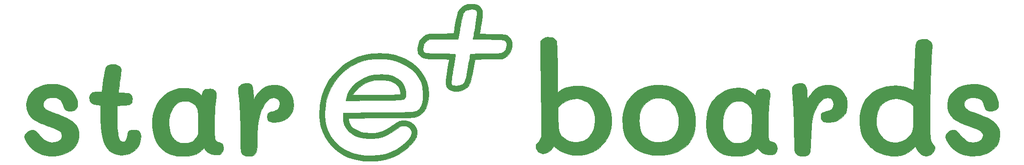
<source format=gbr>
G04 #@! TF.GenerationSoftware,KiCad,Pcbnew,5.1.9-73d0e3b20d~88~ubuntu18.04.1*
G04 #@! TF.CreationDate,2021-04-10T14:02:40-05:00*
G04 #@! TF.ProjectId,positron_bottom,706f7369-7472-46f6-9e5f-626f74746f6d,rev?*
G04 #@! TF.SameCoordinates,Original*
G04 #@! TF.FileFunction,Legend,Top*
G04 #@! TF.FilePolarity,Positive*
%FSLAX46Y46*%
G04 Gerber Fmt 4.6, Leading zero omitted, Abs format (unit mm)*
G04 Created by KiCad (PCBNEW 5.1.9-73d0e3b20d~88~ubuntu18.04.1) date 2021-04-10 14:02:40*
%MOMM*%
%LPD*%
G01*
G04 APERTURE LIST*
%ADD10C,0.010000*%
G04 APERTURE END LIST*
D10*
G36*
X141154242Y-139784350D02*
G01*
X141661826Y-139837332D01*
X141698708Y-139843528D01*
X142435417Y-140027590D01*
X143126759Y-140307010D01*
X143740338Y-140663727D01*
X144243758Y-141079682D01*
X144531858Y-141423016D01*
X144781637Y-141872693D01*
X144968125Y-142382456D01*
X145084019Y-142909884D01*
X145122009Y-143412557D01*
X145074791Y-143848053D01*
X144990233Y-144084272D01*
X144936492Y-144187969D01*
X144882117Y-144277102D01*
X144814583Y-144352881D01*
X144721369Y-144416518D01*
X144589950Y-144469221D01*
X144407802Y-144512203D01*
X144162404Y-144546673D01*
X143841230Y-144573843D01*
X143431758Y-144594922D01*
X142921464Y-144611121D01*
X142297825Y-144623651D01*
X141548317Y-144633722D01*
X140660417Y-144642545D01*
X139621602Y-144651330D01*
X139077716Y-144655790D01*
X133835054Y-144698965D01*
X133897205Y-144284512D01*
X134062005Y-143658167D01*
X135118426Y-143658167D01*
X137388046Y-143657994D01*
X138164321Y-143655398D01*
X139042762Y-143648244D01*
X139960489Y-143637314D01*
X140854622Y-143623395D01*
X141662280Y-143607269D01*
X141890582Y-143601812D01*
X144123498Y-143545803D01*
X144075532Y-143081055D01*
X143939765Y-142485076D01*
X143663991Y-141983643D01*
X143245919Y-141572773D01*
X143181173Y-141525926D01*
X142711307Y-141238675D01*
X142224795Y-141034014D01*
X141679122Y-140899702D01*
X141031768Y-140823498D01*
X140673666Y-140804013D01*
X139931053Y-140798378D01*
X139293564Y-140852986D01*
X138704031Y-140979769D01*
X138105282Y-141190657D01*
X137505034Y-141465314D01*
X137046250Y-141704620D01*
X136688946Y-141926906D01*
X136375383Y-142172787D01*
X136047817Y-142482880D01*
X136023367Y-142507539D01*
X135747856Y-142797989D01*
X135503704Y-143076500D01*
X135326549Y-143301450D01*
X135271379Y-143385836D01*
X135118426Y-143658167D01*
X134062005Y-143658167D01*
X134091114Y-143547538D01*
X134440341Y-142835266D01*
X134931261Y-142160891D01*
X135550252Y-141537606D01*
X136283688Y-140978607D01*
X137117947Y-140497090D01*
X138039403Y-140106248D01*
X138303000Y-140017463D01*
X138743591Y-139913217D01*
X139300441Y-139835149D01*
X139922120Y-139785892D01*
X140557197Y-139768081D01*
X141154242Y-139784350D01*
G37*
X141154242Y-139784350D02*
X141661826Y-139837332D01*
X141698708Y-139843528D01*
X142435417Y-140027590D01*
X143126759Y-140307010D01*
X143740338Y-140663727D01*
X144243758Y-141079682D01*
X144531858Y-141423016D01*
X144781637Y-141872693D01*
X144968125Y-142382456D01*
X145084019Y-142909884D01*
X145122009Y-143412557D01*
X145074791Y-143848053D01*
X144990233Y-144084272D01*
X144936492Y-144187969D01*
X144882117Y-144277102D01*
X144814583Y-144352881D01*
X144721369Y-144416518D01*
X144589950Y-144469221D01*
X144407802Y-144512203D01*
X144162404Y-144546673D01*
X143841230Y-144573843D01*
X143431758Y-144594922D01*
X142921464Y-144611121D01*
X142297825Y-144623651D01*
X141548317Y-144633722D01*
X140660417Y-144642545D01*
X139621602Y-144651330D01*
X139077716Y-144655790D01*
X133835054Y-144698965D01*
X133897205Y-144284512D01*
X134062005Y-143658167D01*
X135118426Y-143658167D01*
X137388046Y-143657994D01*
X138164321Y-143655398D01*
X139042762Y-143648244D01*
X139960489Y-143637314D01*
X140854622Y-143623395D01*
X141662280Y-143607269D01*
X141890582Y-143601812D01*
X144123498Y-143545803D01*
X144075532Y-143081055D01*
X143939765Y-142485076D01*
X143663991Y-141983643D01*
X143245919Y-141572773D01*
X143181173Y-141525926D01*
X142711307Y-141238675D01*
X142224795Y-141034014D01*
X141679122Y-140899702D01*
X141031768Y-140823498D01*
X140673666Y-140804013D01*
X139931053Y-140798378D01*
X139293564Y-140852986D01*
X138704031Y-140979769D01*
X138105282Y-141190657D01*
X137505034Y-141465314D01*
X137046250Y-141704620D01*
X136688946Y-141926906D01*
X136375383Y-142172787D01*
X136047817Y-142482880D01*
X136023367Y-142507539D01*
X135747856Y-142797989D01*
X135503704Y-143076500D01*
X135326549Y-143301450D01*
X135271379Y-143385836D01*
X135118426Y-143658167D01*
X134062005Y-143658167D01*
X134091114Y-143547538D01*
X134440341Y-142835266D01*
X134931261Y-142160891D01*
X135550252Y-141537606D01*
X136283688Y-140978607D01*
X137117947Y-140497090D01*
X138039403Y-140106248D01*
X138303000Y-140017463D01*
X138743591Y-139913217D01*
X139300441Y-139835149D01*
X139922120Y-139785892D01*
X140557197Y-139768081D01*
X141154242Y-139784350D01*
G36*
X157903503Y-126503627D02*
G01*
X158462506Y-126634050D01*
X158909314Y-126884315D01*
X159250232Y-127257123D01*
X159332083Y-127391963D01*
X159426781Y-127597247D01*
X159489318Y-127827155D01*
X159519008Y-128103515D01*
X159515164Y-128448153D01*
X159477097Y-128882897D01*
X159404122Y-129429575D01*
X159295550Y-130110014D01*
X159235406Y-130462724D01*
X158947756Y-132126281D01*
X161283044Y-132158901D01*
X162052847Y-132171689D01*
X162674054Y-132189084D01*
X163167403Y-132215298D01*
X163553629Y-132254539D01*
X163853472Y-132311020D01*
X164087667Y-132388949D01*
X164276952Y-132492536D01*
X164442064Y-132625993D01*
X164603740Y-132793529D01*
X164646537Y-132841783D01*
X164922275Y-133245546D01*
X165063991Y-133693894D01*
X165083724Y-134227243D01*
X165078903Y-134293582D01*
X164958538Y-135015402D01*
X164723008Y-135616444D01*
X164367977Y-136103955D01*
X163889109Y-136485182D01*
X163706889Y-136586996D01*
X163207611Y-136842500D01*
X160703638Y-136868297D01*
X160068567Y-136876738D01*
X159488830Y-136888082D01*
X158985926Y-136901617D01*
X158581356Y-136916633D01*
X158296620Y-136932421D01*
X158153217Y-136948269D01*
X158140936Y-136952963D01*
X158109837Y-137049769D01*
X158054582Y-137289251D01*
X157980097Y-137647270D01*
X157891309Y-138099684D01*
X157793143Y-138622353D01*
X157734269Y-138945855D01*
X157602140Y-139665323D01*
X157488513Y-140241564D01*
X157386231Y-140698732D01*
X157288138Y-141060979D01*
X157187076Y-141352455D01*
X157075890Y-141597313D01*
X156947422Y-141819705D01*
X156831796Y-141991438D01*
X156478479Y-142356054D01*
X156004972Y-142644695D01*
X155447606Y-142846005D01*
X154842710Y-142948624D01*
X154226616Y-142941195D01*
X153939599Y-142895632D01*
X153424306Y-142713000D01*
X153027957Y-142410426D01*
X152754713Y-141992461D01*
X152608735Y-141463655D01*
X152605048Y-141435938D01*
X152604437Y-141216542D01*
X152636786Y-140844716D01*
X152700452Y-140333790D01*
X152793790Y-139697095D01*
X152902964Y-139020624D01*
X152997810Y-138451909D01*
X153082631Y-137940303D01*
X153153632Y-137508930D01*
X153207021Y-137180914D01*
X153239006Y-136979381D01*
X153246666Y-136925124D01*
X153166051Y-136913328D01*
X152940410Y-136902836D01*
X152594046Y-136894190D01*
X152151266Y-136887929D01*
X151636374Y-136884593D01*
X151405166Y-136884194D01*
X150823728Y-136879909D01*
X150263386Y-136868315D01*
X149759133Y-136850702D01*
X149345963Y-136828357D01*
X149058869Y-136802569D01*
X149013333Y-136796126D01*
X148445011Y-136644562D01*
X147967839Y-136392987D01*
X147609858Y-136057946D01*
X147508574Y-135908171D01*
X147410744Y-135715337D01*
X147355274Y-135522007D01*
X147333630Y-135274887D01*
X147337275Y-134920685D01*
X147338808Y-134875023D01*
X148336000Y-134875023D01*
X148340108Y-135106857D01*
X148362702Y-135296873D01*
X148419182Y-135449473D01*
X148524951Y-135569060D01*
X148695410Y-135660037D01*
X148945960Y-135726805D01*
X149292004Y-135773769D01*
X149748942Y-135805329D01*
X150332177Y-135825890D01*
X151057109Y-135839853D01*
X151743833Y-135849161D01*
X152501375Y-135859708D01*
X153105878Y-135870737D01*
X153573635Y-135883202D01*
X153920940Y-135898061D01*
X154164084Y-135916267D01*
X154319362Y-135938777D01*
X154403067Y-135966546D01*
X154431492Y-136000529D01*
X154432000Y-136006806D01*
X154418469Y-136118453D01*
X154380153Y-136375675D01*
X154320462Y-136757077D01*
X154242807Y-137241263D01*
X154150601Y-137806841D01*
X154047255Y-138432414D01*
X154000372Y-138713739D01*
X153869585Y-139501731D01*
X153767933Y-140139650D01*
X153696074Y-140644343D01*
X153654662Y-141032658D01*
X153644356Y-141321444D01*
X153665811Y-141527547D01*
X153719685Y-141667815D01*
X153806633Y-141759098D01*
X153927312Y-141818241D01*
X154082379Y-141862093D01*
X154123440Y-141871897D01*
X154613051Y-141923328D01*
X155124813Y-141870205D01*
X155581385Y-141722011D01*
X155655104Y-141684114D01*
X155820430Y-141579778D01*
X155961351Y-141453636D01*
X156084026Y-141287757D01*
X156194613Y-141064213D01*
X156299270Y-140765075D01*
X156404157Y-140372414D01*
X156515431Y-139868299D01*
X156639250Y-139234802D01*
X156781774Y-138453994D01*
X156800380Y-138349805D01*
X156909617Y-137735506D01*
X157008481Y-137176523D01*
X157093229Y-136694252D01*
X157160122Y-136310088D01*
X157205419Y-136045428D01*
X157225377Y-135921665D01*
X157226000Y-135915638D01*
X157307333Y-135904294D01*
X157538002Y-135893941D01*
X157898012Y-135884923D01*
X158367365Y-135877585D01*
X158926066Y-135872270D01*
X159554120Y-135869323D01*
X159946677Y-135868834D01*
X160773990Y-135867480D01*
X161450395Y-135861835D01*
X161994305Y-135849524D01*
X162424134Y-135828171D01*
X162758295Y-135795402D01*
X163015203Y-135748841D01*
X163213271Y-135686114D01*
X163370912Y-135604845D01*
X163506541Y-135502658D01*
X163620954Y-135394901D01*
X163853972Y-135074521D01*
X164007658Y-134685794D01*
X164075271Y-134276023D01*
X164050074Y-133892512D01*
X163925327Y-133582565D01*
X163886362Y-133531842D01*
X163793914Y-133440523D01*
X163677711Y-133365894D01*
X163520815Y-133306249D01*
X163306286Y-133259882D01*
X163017187Y-133225084D01*
X162636577Y-133200149D01*
X162147518Y-133183370D01*
X161533071Y-133173041D01*
X160776296Y-133167453D01*
X160252833Y-133165681D01*
X159619320Y-133163444D01*
X159044228Y-133160102D01*
X158548338Y-133155881D01*
X158152430Y-133151006D01*
X157877282Y-133145703D01*
X157743676Y-133140197D01*
X157734185Y-133138334D01*
X157748047Y-133052720D01*
X157787019Y-132822277D01*
X157847329Y-132469027D01*
X157925209Y-132014994D01*
X158016889Y-131482202D01*
X158114599Y-130915834D01*
X158247830Y-130131071D01*
X158349881Y-129494820D01*
X158422455Y-128989479D01*
X158467253Y-128597450D01*
X158485977Y-128301134D01*
X158480329Y-128082930D01*
X158452011Y-127925239D01*
X158413120Y-127828840D01*
X158229822Y-127652384D01*
X157931388Y-127541903D01*
X157558230Y-127496447D01*
X157150760Y-127515069D01*
X156749391Y-127596821D01*
X156394533Y-127740753D01*
X156192103Y-127880950D01*
X156068338Y-128015385D01*
X155957735Y-128196836D01*
X155854659Y-128444566D01*
X155753473Y-128777840D01*
X155648541Y-129215922D01*
X155534228Y-129778077D01*
X155404898Y-130483567D01*
X155366142Y-130704167D01*
X155266200Y-131275902D01*
X155173835Y-131802089D01*
X155093699Y-132256389D01*
X155030448Y-132612466D01*
X154988735Y-132843981D01*
X154975919Y-132912460D01*
X154932786Y-133131086D01*
X152248226Y-133124126D01*
X149563666Y-133117167D01*
X149169685Y-133348772D01*
X148795063Y-133662120D01*
X148518107Y-134085080D01*
X148362014Y-134575183D01*
X148336000Y-134875023D01*
X147338808Y-134875023D01*
X147339553Y-134852834D01*
X147435087Y-134122194D01*
X147666036Y-133492440D01*
X148031689Y-132964713D01*
X148531333Y-132540149D01*
X148921344Y-132322978D01*
X149064470Y-132257590D01*
X149197118Y-132206257D01*
X149341669Y-132167002D01*
X149520502Y-132137848D01*
X149755997Y-132116816D01*
X150070533Y-132101930D01*
X150486491Y-132091213D01*
X151026250Y-132082686D01*
X151712190Y-132074373D01*
X151738408Y-132074070D01*
X154082484Y-132046973D01*
X154127825Y-131820070D01*
X154156609Y-131664940D01*
X154208465Y-131374671D01*
X154277797Y-130981015D01*
X154359009Y-130515720D01*
X154434410Y-130080609D01*
X154529745Y-129557822D01*
X154629753Y-129059654D01*
X154726176Y-128623871D01*
X154810754Y-128288242D01*
X154862983Y-128120822D01*
X155161367Y-127542541D01*
X155575739Y-127086214D01*
X156101190Y-126755226D01*
X156732810Y-126552965D01*
X157226000Y-126490348D01*
X157903503Y-126503627D01*
G37*
X157903503Y-126503627D02*
X158462506Y-126634050D01*
X158909314Y-126884315D01*
X159250232Y-127257123D01*
X159332083Y-127391963D01*
X159426781Y-127597247D01*
X159489318Y-127827155D01*
X159519008Y-128103515D01*
X159515164Y-128448153D01*
X159477097Y-128882897D01*
X159404122Y-129429575D01*
X159295550Y-130110014D01*
X159235406Y-130462724D01*
X158947756Y-132126281D01*
X161283044Y-132158901D01*
X162052847Y-132171689D01*
X162674054Y-132189084D01*
X163167403Y-132215298D01*
X163553629Y-132254539D01*
X163853472Y-132311020D01*
X164087667Y-132388949D01*
X164276952Y-132492536D01*
X164442064Y-132625993D01*
X164603740Y-132793529D01*
X164646537Y-132841783D01*
X164922275Y-133245546D01*
X165063991Y-133693894D01*
X165083724Y-134227243D01*
X165078903Y-134293582D01*
X164958538Y-135015402D01*
X164723008Y-135616444D01*
X164367977Y-136103955D01*
X163889109Y-136485182D01*
X163706889Y-136586996D01*
X163207611Y-136842500D01*
X160703638Y-136868297D01*
X160068567Y-136876738D01*
X159488830Y-136888082D01*
X158985926Y-136901617D01*
X158581356Y-136916633D01*
X158296620Y-136932421D01*
X158153217Y-136948269D01*
X158140936Y-136952963D01*
X158109837Y-137049769D01*
X158054582Y-137289251D01*
X157980097Y-137647270D01*
X157891309Y-138099684D01*
X157793143Y-138622353D01*
X157734269Y-138945855D01*
X157602140Y-139665323D01*
X157488513Y-140241564D01*
X157386231Y-140698732D01*
X157288138Y-141060979D01*
X157187076Y-141352455D01*
X157075890Y-141597313D01*
X156947422Y-141819705D01*
X156831796Y-141991438D01*
X156478479Y-142356054D01*
X156004972Y-142644695D01*
X155447606Y-142846005D01*
X154842710Y-142948624D01*
X154226616Y-142941195D01*
X153939599Y-142895632D01*
X153424306Y-142713000D01*
X153027957Y-142410426D01*
X152754713Y-141992461D01*
X152608735Y-141463655D01*
X152605048Y-141435938D01*
X152604437Y-141216542D01*
X152636786Y-140844716D01*
X152700452Y-140333790D01*
X152793790Y-139697095D01*
X152902964Y-139020624D01*
X152997810Y-138451909D01*
X153082631Y-137940303D01*
X153153632Y-137508930D01*
X153207021Y-137180914D01*
X153239006Y-136979381D01*
X153246666Y-136925124D01*
X153166051Y-136913328D01*
X152940410Y-136902836D01*
X152594046Y-136894190D01*
X152151266Y-136887929D01*
X151636374Y-136884593D01*
X151405166Y-136884194D01*
X150823728Y-136879909D01*
X150263386Y-136868315D01*
X149759133Y-136850702D01*
X149345963Y-136828357D01*
X149058869Y-136802569D01*
X149013333Y-136796126D01*
X148445011Y-136644562D01*
X147967839Y-136392987D01*
X147609858Y-136057946D01*
X147508574Y-135908171D01*
X147410744Y-135715337D01*
X147355274Y-135522007D01*
X147333630Y-135274887D01*
X147337275Y-134920685D01*
X147338808Y-134875023D01*
X148336000Y-134875023D01*
X148340108Y-135106857D01*
X148362702Y-135296873D01*
X148419182Y-135449473D01*
X148524951Y-135569060D01*
X148695410Y-135660037D01*
X148945960Y-135726805D01*
X149292004Y-135773769D01*
X149748942Y-135805329D01*
X150332177Y-135825890D01*
X151057109Y-135839853D01*
X151743833Y-135849161D01*
X152501375Y-135859708D01*
X153105878Y-135870737D01*
X153573635Y-135883202D01*
X153920940Y-135898061D01*
X154164084Y-135916267D01*
X154319362Y-135938777D01*
X154403067Y-135966546D01*
X154431492Y-136000529D01*
X154432000Y-136006806D01*
X154418469Y-136118453D01*
X154380153Y-136375675D01*
X154320462Y-136757077D01*
X154242807Y-137241263D01*
X154150601Y-137806841D01*
X154047255Y-138432414D01*
X154000372Y-138713739D01*
X153869585Y-139501731D01*
X153767933Y-140139650D01*
X153696074Y-140644343D01*
X153654662Y-141032658D01*
X153644356Y-141321444D01*
X153665811Y-141527547D01*
X153719685Y-141667815D01*
X153806633Y-141759098D01*
X153927312Y-141818241D01*
X154082379Y-141862093D01*
X154123440Y-141871897D01*
X154613051Y-141923328D01*
X155124813Y-141870205D01*
X155581385Y-141722011D01*
X155655104Y-141684114D01*
X155820430Y-141579778D01*
X155961351Y-141453636D01*
X156084026Y-141287757D01*
X156194613Y-141064213D01*
X156299270Y-140765075D01*
X156404157Y-140372414D01*
X156515431Y-139868299D01*
X156639250Y-139234802D01*
X156781774Y-138453994D01*
X156800380Y-138349805D01*
X156909617Y-137735506D01*
X157008481Y-137176523D01*
X157093229Y-136694252D01*
X157160122Y-136310088D01*
X157205419Y-136045428D01*
X157225377Y-135921665D01*
X157226000Y-135915638D01*
X157307333Y-135904294D01*
X157538002Y-135893941D01*
X157898012Y-135884923D01*
X158367365Y-135877585D01*
X158926066Y-135872270D01*
X159554120Y-135869323D01*
X159946677Y-135868834D01*
X160773990Y-135867480D01*
X161450395Y-135861835D01*
X161994305Y-135849524D01*
X162424134Y-135828171D01*
X162758295Y-135795402D01*
X163015203Y-135748841D01*
X163213271Y-135686114D01*
X163370912Y-135604845D01*
X163506541Y-135502658D01*
X163620954Y-135394901D01*
X163853972Y-135074521D01*
X164007658Y-134685794D01*
X164075271Y-134276023D01*
X164050074Y-133892512D01*
X163925327Y-133582565D01*
X163886362Y-133531842D01*
X163793914Y-133440523D01*
X163677711Y-133365894D01*
X163520815Y-133306249D01*
X163306286Y-133259882D01*
X163017187Y-133225084D01*
X162636577Y-133200149D01*
X162147518Y-133183370D01*
X161533071Y-133173041D01*
X160776296Y-133167453D01*
X160252833Y-133165681D01*
X159619320Y-133163444D01*
X159044228Y-133160102D01*
X158548338Y-133155881D01*
X158152430Y-133151006D01*
X157877282Y-133145703D01*
X157743676Y-133140197D01*
X157734185Y-133138334D01*
X157748047Y-133052720D01*
X157787019Y-132822277D01*
X157847329Y-132469027D01*
X157925209Y-132014994D01*
X158016889Y-131482202D01*
X158114599Y-130915834D01*
X158247830Y-130131071D01*
X158349881Y-129494820D01*
X158422455Y-128989479D01*
X158467253Y-128597450D01*
X158485977Y-128301134D01*
X158480329Y-128082930D01*
X158452011Y-127925239D01*
X158413120Y-127828840D01*
X158229822Y-127652384D01*
X157931388Y-127541903D01*
X157558230Y-127496447D01*
X157150760Y-127515069D01*
X156749391Y-127596821D01*
X156394533Y-127740753D01*
X156192103Y-127880950D01*
X156068338Y-128015385D01*
X155957735Y-128196836D01*
X155854659Y-128444566D01*
X155753473Y-128777840D01*
X155648541Y-129215922D01*
X155534228Y-129778077D01*
X155404898Y-130483567D01*
X155366142Y-130704167D01*
X155266200Y-131275902D01*
X155173835Y-131802089D01*
X155093699Y-132256389D01*
X155030448Y-132612466D01*
X154988735Y-132843981D01*
X154975919Y-132912460D01*
X154932786Y-133131086D01*
X152248226Y-133124126D01*
X149563666Y-133117167D01*
X149169685Y-133348772D01*
X148795063Y-133662120D01*
X148518107Y-134085080D01*
X148362014Y-134575183D01*
X148336000Y-134875023D01*
X147338808Y-134875023D01*
X147339553Y-134852834D01*
X147435087Y-134122194D01*
X147666036Y-133492440D01*
X148031689Y-132964713D01*
X148531333Y-132540149D01*
X148921344Y-132322978D01*
X149064470Y-132257590D01*
X149197118Y-132206257D01*
X149341669Y-132167002D01*
X149520502Y-132137848D01*
X149755997Y-132116816D01*
X150070533Y-132101930D01*
X150486491Y-132091213D01*
X151026250Y-132082686D01*
X151712190Y-132074373D01*
X151738408Y-132074070D01*
X154082484Y-132046973D01*
X154127825Y-131820070D01*
X154156609Y-131664940D01*
X154208465Y-131374671D01*
X154277797Y-130981015D01*
X154359009Y-130515720D01*
X154434410Y-130080609D01*
X154529745Y-129557822D01*
X154629753Y-129059654D01*
X154726176Y-128623871D01*
X154810754Y-128288242D01*
X154862983Y-128120822D01*
X155161367Y-127542541D01*
X155575739Y-127086214D01*
X156101190Y-126755226D01*
X156732810Y-126552965D01*
X157226000Y-126490348D01*
X157903503Y-126503627D01*
G36*
X194037212Y-141870737D02*
G01*
X195044126Y-142125742D01*
X195995963Y-142509240D01*
X196869073Y-143019001D01*
X197350292Y-143388774D01*
X197940577Y-143986915D01*
X198471968Y-144713773D01*
X198921878Y-145532673D01*
X199267723Y-146406936D01*
X199325795Y-146596821D01*
X199399132Y-146871515D01*
X199451301Y-147133741D01*
X199485733Y-147421177D01*
X199505860Y-147771500D01*
X199515116Y-148222388D01*
X199517000Y-148695834D01*
X199506197Y-149406295D01*
X199468313Y-149989535D01*
X199395133Y-150486612D01*
X199278446Y-150938584D01*
X199110037Y-151386508D01*
X198881748Y-151871331D01*
X198423339Y-152596865D01*
X197824770Y-153250716D01*
X197105122Y-153818783D01*
X196283478Y-154286962D01*
X195378920Y-154641152D01*
X194985274Y-154750949D01*
X194599707Y-154823191D01*
X194093938Y-154885243D01*
X193516940Y-154934298D01*
X192917681Y-154967547D01*
X192345134Y-154982180D01*
X191848270Y-154975391D01*
X191516000Y-154949914D01*
X190824458Y-154820216D01*
X190077467Y-154610787D01*
X189353488Y-154345534D01*
X188976000Y-154175995D01*
X188149590Y-153681295D01*
X187431406Y-153061395D01*
X186832723Y-152329932D01*
X186364820Y-151500540D01*
X186054136Y-150643167D01*
X185975855Y-150251106D01*
X185915814Y-149739314D01*
X185875883Y-149156600D01*
X185857932Y-148551773D01*
X185860782Y-148272500D01*
X188999320Y-148272500D01*
X189007279Y-149165520D01*
X189111645Y-149931634D01*
X189317324Y-150586418D01*
X189629221Y-151145447D01*
X190052241Y-151624297D01*
X190055896Y-151627670D01*
X190616377Y-152033575D01*
X191281027Y-152326729D01*
X192022206Y-152500683D01*
X192812276Y-152548991D01*
X193623597Y-152465204D01*
X193636082Y-152462852D01*
X194374847Y-152246465D01*
X195006938Y-151900972D01*
X195528252Y-151432002D01*
X195934690Y-150845181D01*
X196222148Y-150146136D01*
X196386527Y-149340493D01*
X196426666Y-148634381D01*
X196375735Y-147911458D01*
X196233604Y-147169495D01*
X196016271Y-146481513D01*
X195892981Y-146198167D01*
X195617533Y-145738290D01*
X195255735Y-145289232D01*
X194849902Y-144895475D01*
X194442348Y-144601503D01*
X194306008Y-144529897D01*
X193597415Y-144284418D01*
X192866451Y-144184848D01*
X192138658Y-144224961D01*
X191439575Y-144398528D01*
X190794742Y-144699322D01*
X190229699Y-145121118D01*
X189787808Y-145631517D01*
X189460518Y-146177636D01*
X189230228Y-146741506D01*
X189083679Y-147367535D01*
X189007613Y-148100134D01*
X188999320Y-148272500D01*
X185860782Y-148272500D01*
X185863832Y-147973641D01*
X185895452Y-147471014D01*
X185924010Y-147247366D01*
X186146534Y-146288747D01*
X186491726Y-145349975D01*
X186705301Y-144907409D01*
X186973911Y-144490089D01*
X187349928Y-144028500D01*
X187793736Y-143562383D01*
X188265717Y-143131480D01*
X188726256Y-142775533D01*
X189004223Y-142601236D01*
X189931777Y-142180295D01*
X190922503Y-141899006D01*
X191952751Y-141755138D01*
X192998870Y-141746459D01*
X194037212Y-141870737D01*
G37*
X194037212Y-141870737D02*
X195044126Y-142125742D01*
X195995963Y-142509240D01*
X196869073Y-143019001D01*
X197350292Y-143388774D01*
X197940577Y-143986915D01*
X198471968Y-144713773D01*
X198921878Y-145532673D01*
X199267723Y-146406936D01*
X199325795Y-146596821D01*
X199399132Y-146871515D01*
X199451301Y-147133741D01*
X199485733Y-147421177D01*
X199505860Y-147771500D01*
X199515116Y-148222388D01*
X199517000Y-148695834D01*
X199506197Y-149406295D01*
X199468313Y-149989535D01*
X199395133Y-150486612D01*
X199278446Y-150938584D01*
X199110037Y-151386508D01*
X198881748Y-151871331D01*
X198423339Y-152596865D01*
X197824770Y-153250716D01*
X197105122Y-153818783D01*
X196283478Y-154286962D01*
X195378920Y-154641152D01*
X194985274Y-154750949D01*
X194599707Y-154823191D01*
X194093938Y-154885243D01*
X193516940Y-154934298D01*
X192917681Y-154967547D01*
X192345134Y-154982180D01*
X191848270Y-154975391D01*
X191516000Y-154949914D01*
X190824458Y-154820216D01*
X190077467Y-154610787D01*
X189353488Y-154345534D01*
X188976000Y-154175995D01*
X188149590Y-153681295D01*
X187431406Y-153061395D01*
X186832723Y-152329932D01*
X186364820Y-151500540D01*
X186054136Y-150643167D01*
X185975855Y-150251106D01*
X185915814Y-149739314D01*
X185875883Y-149156600D01*
X185857932Y-148551773D01*
X185860782Y-148272500D01*
X188999320Y-148272500D01*
X189007279Y-149165520D01*
X189111645Y-149931634D01*
X189317324Y-150586418D01*
X189629221Y-151145447D01*
X190052241Y-151624297D01*
X190055896Y-151627670D01*
X190616377Y-152033575D01*
X191281027Y-152326729D01*
X192022206Y-152500683D01*
X192812276Y-152548991D01*
X193623597Y-152465204D01*
X193636082Y-152462852D01*
X194374847Y-152246465D01*
X195006938Y-151900972D01*
X195528252Y-151432002D01*
X195934690Y-150845181D01*
X196222148Y-150146136D01*
X196386527Y-149340493D01*
X196426666Y-148634381D01*
X196375735Y-147911458D01*
X196233604Y-147169495D01*
X196016271Y-146481513D01*
X195892981Y-146198167D01*
X195617533Y-145738290D01*
X195255735Y-145289232D01*
X194849902Y-144895475D01*
X194442348Y-144601503D01*
X194306008Y-144529897D01*
X193597415Y-144284418D01*
X192866451Y-144184848D01*
X192138658Y-144224961D01*
X191439575Y-144398528D01*
X190794742Y-144699322D01*
X190229699Y-145121118D01*
X189787808Y-145631517D01*
X189460518Y-146177636D01*
X189230228Y-146741506D01*
X189083679Y-147367535D01*
X189007613Y-148100134D01*
X188999320Y-148272500D01*
X185860782Y-148272500D01*
X185863832Y-147973641D01*
X185895452Y-147471014D01*
X185924010Y-147247366D01*
X186146534Y-146288747D01*
X186491726Y-145349975D01*
X186705301Y-144907409D01*
X186973911Y-144490089D01*
X187349928Y-144028500D01*
X187793736Y-143562383D01*
X188265717Y-143131480D01*
X188726256Y-142775533D01*
X189004223Y-142601236D01*
X189931777Y-142180295D01*
X190922503Y-141899006D01*
X191952751Y-141755138D01*
X192998870Y-141746459D01*
X194037212Y-141870737D01*
G36*
X172216036Y-132752852D02*
G01*
X172666072Y-132830990D01*
X173014618Y-133008667D01*
X173313336Y-133313185D01*
X173338118Y-133345836D01*
X173384212Y-133419073D01*
X173421847Y-133515165D01*
X173452556Y-133652945D01*
X173477875Y-133851249D01*
X173499339Y-134128910D01*
X173518481Y-134504765D01*
X173536837Y-134997646D01*
X173555941Y-135626390D01*
X173572242Y-136219271D01*
X173591590Y-137015229D01*
X173609243Y-137883335D01*
X173624429Y-138774256D01*
X173636378Y-139638658D01*
X173644319Y-140427207D01*
X173647393Y-141027092D01*
X173651333Y-143179684D01*
X173841833Y-143006053D01*
X174388093Y-142610582D01*
X175056976Y-142294368D01*
X175817878Y-142064582D01*
X176640198Y-141928397D01*
X177493333Y-141892983D01*
X178307118Y-141959597D01*
X179353440Y-142190721D01*
X180307672Y-142559172D01*
X181162455Y-143055668D01*
X181910431Y-143670927D01*
X182544241Y-144395667D01*
X183056528Y-145220605D01*
X183439933Y-146136460D01*
X183687098Y-147133950D01*
X183790664Y-148203792D01*
X183781434Y-148865167D01*
X183666271Y-149897397D01*
X183431777Y-150822581D01*
X183068681Y-151662359D01*
X182567710Y-152438372D01*
X181948666Y-153143237D01*
X181382367Y-153661620D01*
X180817693Y-154064190D01*
X180202353Y-154381551D01*
X179484056Y-154644312D01*
X179278514Y-154706148D01*
X178625005Y-154853909D01*
X177908755Y-154945059D01*
X177188202Y-154976384D01*
X176521781Y-154944668D01*
X176106666Y-154880644D01*
X175277648Y-154657287D01*
X174522099Y-154366282D01*
X173870123Y-154021502D01*
X173351820Y-153636818D01*
X173297325Y-153586037D01*
X172985651Y-153287178D01*
X172770834Y-153531506D01*
X172631537Y-153703661D01*
X172557062Y-153822350D01*
X172553342Y-153836591D01*
X172481854Y-153938541D01*
X172300751Y-154090687D01*
X172051110Y-154265990D01*
X171774009Y-154437410D01*
X171510525Y-154577906D01*
X171301833Y-154660414D01*
X170844910Y-154700484D01*
X170409616Y-154590117D01*
X170027503Y-154347920D01*
X169730123Y-153992498D01*
X169575385Y-153642344D01*
X169529351Y-153391768D01*
X169560504Y-153152073D01*
X169682625Y-152889909D01*
X169909495Y-152571925D01*
X170124133Y-152314320D01*
X170372228Y-151991528D01*
X170512691Y-151707948D01*
X170566755Y-151480964D01*
X170573875Y-151341896D01*
X170578356Y-151045819D01*
X170580282Y-150605036D01*
X170579739Y-150031850D01*
X170576810Y-149338563D01*
X170571580Y-148537478D01*
X170564132Y-147640898D01*
X170554552Y-146661126D01*
X170547178Y-145994808D01*
X173736000Y-145994808D01*
X173740886Y-147345321D01*
X173753313Y-148294794D01*
X173782843Y-149111455D01*
X173828844Y-149787595D01*
X173890689Y-150315506D01*
X173967747Y-150687477D01*
X174026671Y-150843885D01*
X174343305Y-151294793D01*
X174791477Y-151708192D01*
X175333788Y-152058124D01*
X175932837Y-152318633D01*
X176297264Y-152419773D01*
X176751243Y-152505156D01*
X177120533Y-152536215D01*
X177480096Y-152515053D01*
X177809610Y-152462223D01*
X178501277Y-152250858D01*
X179111092Y-151901113D01*
X179631514Y-151426763D01*
X180055002Y-150841586D01*
X180374015Y-150159356D01*
X180581013Y-149393850D01*
X180668454Y-148558845D01*
X180628798Y-147668115D01*
X180589625Y-147383500D01*
X180396874Y-146640297D01*
X180075049Y-145970268D01*
X179639331Y-145395969D01*
X179104902Y-144939956D01*
X178837344Y-144779928D01*
X178100075Y-144482621D01*
X177337120Y-144345117D01*
X176568661Y-144364215D01*
X175814882Y-144536714D01*
X175095967Y-144859416D01*
X174432099Y-145329120D01*
X174234919Y-145509623D01*
X173736000Y-145994808D01*
X170547178Y-145994808D01*
X170542924Y-145610464D01*
X170529331Y-144501214D01*
X170513859Y-143345680D01*
X170508291Y-142951812D01*
X170491549Y-141776242D01*
X170475527Y-140637740D01*
X170460394Y-139549157D01*
X170446321Y-138523346D01*
X170433477Y-137573158D01*
X170422034Y-136711446D01*
X170412160Y-135951061D01*
X170404026Y-135304855D01*
X170397803Y-134785681D01*
X170393661Y-134406389D01*
X170391769Y-134179833D01*
X170391666Y-134144527D01*
X170391666Y-133478555D01*
X170759825Y-133151969D01*
X171060711Y-132926080D01*
X171372024Y-132793659D01*
X171744362Y-132740838D01*
X172216036Y-132752852D01*
G37*
X172216036Y-132752852D02*
X172666072Y-132830990D01*
X173014618Y-133008667D01*
X173313336Y-133313185D01*
X173338118Y-133345836D01*
X173384212Y-133419073D01*
X173421847Y-133515165D01*
X173452556Y-133652945D01*
X173477875Y-133851249D01*
X173499339Y-134128910D01*
X173518481Y-134504765D01*
X173536837Y-134997646D01*
X173555941Y-135626390D01*
X173572242Y-136219271D01*
X173591590Y-137015229D01*
X173609243Y-137883335D01*
X173624429Y-138774256D01*
X173636378Y-139638658D01*
X173644319Y-140427207D01*
X173647393Y-141027092D01*
X173651333Y-143179684D01*
X173841833Y-143006053D01*
X174388093Y-142610582D01*
X175056976Y-142294368D01*
X175817878Y-142064582D01*
X176640198Y-141928397D01*
X177493333Y-141892983D01*
X178307118Y-141959597D01*
X179353440Y-142190721D01*
X180307672Y-142559172D01*
X181162455Y-143055668D01*
X181910431Y-143670927D01*
X182544241Y-144395667D01*
X183056528Y-145220605D01*
X183439933Y-146136460D01*
X183687098Y-147133950D01*
X183790664Y-148203792D01*
X183781434Y-148865167D01*
X183666271Y-149897397D01*
X183431777Y-150822581D01*
X183068681Y-151662359D01*
X182567710Y-152438372D01*
X181948666Y-153143237D01*
X181382367Y-153661620D01*
X180817693Y-154064190D01*
X180202353Y-154381551D01*
X179484056Y-154644312D01*
X179278514Y-154706148D01*
X178625005Y-154853909D01*
X177908755Y-154945059D01*
X177188202Y-154976384D01*
X176521781Y-154944668D01*
X176106666Y-154880644D01*
X175277648Y-154657287D01*
X174522099Y-154366282D01*
X173870123Y-154021502D01*
X173351820Y-153636818D01*
X173297325Y-153586037D01*
X172985651Y-153287178D01*
X172770834Y-153531506D01*
X172631537Y-153703661D01*
X172557062Y-153822350D01*
X172553342Y-153836591D01*
X172481854Y-153938541D01*
X172300751Y-154090687D01*
X172051110Y-154265990D01*
X171774009Y-154437410D01*
X171510525Y-154577906D01*
X171301833Y-154660414D01*
X170844910Y-154700484D01*
X170409616Y-154590117D01*
X170027503Y-154347920D01*
X169730123Y-153992498D01*
X169575385Y-153642344D01*
X169529351Y-153391768D01*
X169560504Y-153152073D01*
X169682625Y-152889909D01*
X169909495Y-152571925D01*
X170124133Y-152314320D01*
X170372228Y-151991528D01*
X170512691Y-151707948D01*
X170566755Y-151480964D01*
X170573875Y-151341896D01*
X170578356Y-151045819D01*
X170580282Y-150605036D01*
X170579739Y-150031850D01*
X170576810Y-149338563D01*
X170571580Y-148537478D01*
X170564132Y-147640898D01*
X170554552Y-146661126D01*
X170547178Y-145994808D01*
X173736000Y-145994808D01*
X173740886Y-147345321D01*
X173753313Y-148294794D01*
X173782843Y-149111455D01*
X173828844Y-149787595D01*
X173890689Y-150315506D01*
X173967747Y-150687477D01*
X174026671Y-150843885D01*
X174343305Y-151294793D01*
X174791477Y-151708192D01*
X175333788Y-152058124D01*
X175932837Y-152318633D01*
X176297264Y-152419773D01*
X176751243Y-152505156D01*
X177120533Y-152536215D01*
X177480096Y-152515053D01*
X177809610Y-152462223D01*
X178501277Y-152250858D01*
X179111092Y-151901113D01*
X179631514Y-151426763D01*
X180055002Y-150841586D01*
X180374015Y-150159356D01*
X180581013Y-149393850D01*
X180668454Y-148558845D01*
X180628798Y-147668115D01*
X180589625Y-147383500D01*
X180396874Y-146640297D01*
X180075049Y-145970268D01*
X179639331Y-145395969D01*
X179104902Y-144939956D01*
X178837344Y-144779928D01*
X178100075Y-144482621D01*
X177337120Y-144345117D01*
X176568661Y-144364215D01*
X175814882Y-144536714D01*
X175095967Y-144859416D01*
X174432099Y-145329120D01*
X174234919Y-145509623D01*
X173736000Y-145994808D01*
X170547178Y-145994808D01*
X170542924Y-145610464D01*
X170529331Y-144501214D01*
X170513859Y-143345680D01*
X170508291Y-142951812D01*
X170491549Y-141776242D01*
X170475527Y-140637740D01*
X170460394Y-139549157D01*
X170446321Y-138523346D01*
X170433477Y-137573158D01*
X170422034Y-136711446D01*
X170412160Y-135951061D01*
X170404026Y-135304855D01*
X170397803Y-134785681D01*
X170393661Y-134406389D01*
X170391769Y-134179833D01*
X170391666Y-134144527D01*
X170391666Y-133478555D01*
X170759825Y-133151969D01*
X171060711Y-132926080D01*
X171372024Y-132793659D01*
X171744362Y-132740838D01*
X172216036Y-132752852D01*
G36*
X90591250Y-137909629D02*
G01*
X91019358Y-138089182D01*
X91171168Y-138197679D01*
X91319399Y-138330097D01*
X91430635Y-138460851D01*
X91506508Y-138612439D01*
X91548646Y-138807362D01*
X91558682Y-139068119D01*
X91538245Y-139417209D01*
X91488966Y-139877131D01*
X91412475Y-140470385D01*
X91362550Y-140838581D01*
X91285481Y-141404553D01*
X91214947Y-141925686D01*
X91154610Y-142374656D01*
X91108136Y-142724143D01*
X91079188Y-142946823D01*
X91072439Y-143002000D01*
X91045993Y-143234834D01*
X91899163Y-143239612D01*
X92456474Y-143258608D01*
X92873893Y-143313325D01*
X93178461Y-143411052D01*
X93397216Y-143559079D01*
X93494546Y-143669661D01*
X93647892Y-143997535D01*
X93706715Y-144397504D01*
X93664142Y-144796782D01*
X93614985Y-144945302D01*
X93499760Y-145172664D01*
X93354399Y-145337726D01*
X93150790Y-145451361D01*
X92860819Y-145524440D01*
X92456375Y-145567833D01*
X91944370Y-145591342D01*
X90866716Y-145624919D01*
X90810199Y-146737043D01*
X90795095Y-147248036D01*
X90794974Y-147845821D01*
X90808158Y-148494464D01*
X90832970Y-149158033D01*
X90867733Y-149800597D01*
X90910770Y-150386223D01*
X90960403Y-150878977D01*
X91014956Y-151242929D01*
X91022163Y-151278167D01*
X91167114Y-151794152D01*
X91353131Y-152155486D01*
X91589400Y-152373826D01*
X91885111Y-152460826D01*
X91956613Y-152463500D01*
X92255458Y-152401836D01*
X92470866Y-152210095D01*
X92610718Y-151878156D01*
X92668792Y-151548967D01*
X92743576Y-151042153D01*
X92848758Y-150679842D01*
X93004785Y-150437497D01*
X93232105Y-150290580D01*
X93551166Y-150214554D01*
X93799138Y-150192532D01*
X94345590Y-150213692D01*
X94767900Y-150347599D01*
X95067961Y-150596630D01*
X95247670Y-150963162D01*
X95308921Y-151449571D01*
X95259243Y-152024062D01*
X95060315Y-152771150D01*
X94727961Y-153426167D01*
X94276807Y-153979230D01*
X93721475Y-154420458D01*
X93076591Y-154739970D01*
X92356778Y-154927883D01*
X91576660Y-154974317D01*
X90982317Y-154914008D01*
X90413704Y-154751736D01*
X89844913Y-154472090D01*
X89341920Y-154111178D01*
X89121019Y-153895352D01*
X88760781Y-153423332D01*
X88458517Y-152867080D01*
X88211618Y-152214668D01*
X88017471Y-151454168D01*
X87873465Y-150573653D01*
X87776991Y-149561196D01*
X87725437Y-148404868D01*
X87714666Y-147470569D01*
X87714666Y-145534311D01*
X87143166Y-145480409D01*
X86631307Y-145410780D01*
X86255934Y-145304884D01*
X85985865Y-145150126D01*
X85789917Y-144933911D01*
X85789846Y-144933806D01*
X85632484Y-144573652D01*
X85592584Y-144173817D01*
X85662550Y-143781998D01*
X85834788Y-143445892D01*
X86059982Y-143237111D01*
X86230920Y-143151428D01*
X86434776Y-143099067D01*
X86716548Y-143072826D01*
X87121236Y-143065503D01*
X87132228Y-143065500D01*
X87926803Y-143065500D01*
X88123870Y-141562667D01*
X88236684Y-140725026D01*
X88337409Y-140038827D01*
X88431010Y-139487042D01*
X88522455Y-139052641D01*
X88616709Y-138718595D01*
X88718738Y-138467873D01*
X88833508Y-138283447D01*
X88965985Y-138148287D01*
X89121136Y-138045363D01*
X89154807Y-138027416D01*
X89605865Y-137874262D01*
X90102383Y-137836494D01*
X90591250Y-137909629D01*
G37*
X90591250Y-137909629D02*
X91019358Y-138089182D01*
X91171168Y-138197679D01*
X91319399Y-138330097D01*
X91430635Y-138460851D01*
X91506508Y-138612439D01*
X91548646Y-138807362D01*
X91558682Y-139068119D01*
X91538245Y-139417209D01*
X91488966Y-139877131D01*
X91412475Y-140470385D01*
X91362550Y-140838581D01*
X91285481Y-141404553D01*
X91214947Y-141925686D01*
X91154610Y-142374656D01*
X91108136Y-142724143D01*
X91079188Y-142946823D01*
X91072439Y-143002000D01*
X91045993Y-143234834D01*
X91899163Y-143239612D01*
X92456474Y-143258608D01*
X92873893Y-143313325D01*
X93178461Y-143411052D01*
X93397216Y-143559079D01*
X93494546Y-143669661D01*
X93647892Y-143997535D01*
X93706715Y-144397504D01*
X93664142Y-144796782D01*
X93614985Y-144945302D01*
X93499760Y-145172664D01*
X93354399Y-145337726D01*
X93150790Y-145451361D01*
X92860819Y-145524440D01*
X92456375Y-145567833D01*
X91944370Y-145591342D01*
X90866716Y-145624919D01*
X90810199Y-146737043D01*
X90795095Y-147248036D01*
X90794974Y-147845821D01*
X90808158Y-148494464D01*
X90832970Y-149158033D01*
X90867733Y-149800597D01*
X90910770Y-150386223D01*
X90960403Y-150878977D01*
X91014956Y-151242929D01*
X91022163Y-151278167D01*
X91167114Y-151794152D01*
X91353131Y-152155486D01*
X91589400Y-152373826D01*
X91885111Y-152460826D01*
X91956613Y-152463500D01*
X92255458Y-152401836D01*
X92470866Y-152210095D01*
X92610718Y-151878156D01*
X92668792Y-151548967D01*
X92743576Y-151042153D01*
X92848758Y-150679842D01*
X93004785Y-150437497D01*
X93232105Y-150290580D01*
X93551166Y-150214554D01*
X93799138Y-150192532D01*
X94345590Y-150213692D01*
X94767900Y-150347599D01*
X95067961Y-150596630D01*
X95247670Y-150963162D01*
X95308921Y-151449571D01*
X95259243Y-152024062D01*
X95060315Y-152771150D01*
X94727961Y-153426167D01*
X94276807Y-153979230D01*
X93721475Y-154420458D01*
X93076591Y-154739970D01*
X92356778Y-154927883D01*
X91576660Y-154974317D01*
X90982317Y-154914008D01*
X90413704Y-154751736D01*
X89844913Y-154472090D01*
X89341920Y-154111178D01*
X89121019Y-153895352D01*
X88760781Y-153423332D01*
X88458517Y-152867080D01*
X88211618Y-152214668D01*
X88017471Y-151454168D01*
X87873465Y-150573653D01*
X87776991Y-149561196D01*
X87725437Y-148404868D01*
X87714666Y-147470569D01*
X87714666Y-145534311D01*
X87143166Y-145480409D01*
X86631307Y-145410780D01*
X86255934Y-145304884D01*
X85985865Y-145150126D01*
X85789917Y-144933911D01*
X85789846Y-144933806D01*
X85632484Y-144573652D01*
X85592584Y-144173817D01*
X85662550Y-143781998D01*
X85834788Y-143445892D01*
X86059982Y-143237111D01*
X86230920Y-143151428D01*
X86434776Y-143099067D01*
X86716548Y-143072826D01*
X87121236Y-143065503D01*
X87132228Y-143065500D01*
X87926803Y-143065500D01*
X88123870Y-141562667D01*
X88236684Y-140725026D01*
X88337409Y-140038827D01*
X88431010Y-139487042D01*
X88522455Y-139052641D01*
X88616709Y-138718595D01*
X88718738Y-138467873D01*
X88833508Y-138283447D01*
X88965985Y-138148287D01*
X89121136Y-138045363D01*
X89154807Y-138027416D01*
X89605865Y-137874262D01*
X90102383Y-137836494D01*
X90591250Y-137909629D01*
G36*
X252535521Y-141594386D02*
G01*
X253354589Y-141746513D01*
X254120012Y-142009443D01*
X254812859Y-142378525D01*
X255414203Y-142849109D01*
X255905115Y-143416544D01*
X256203113Y-143931744D01*
X256389804Y-144440886D01*
X256504294Y-144987610D01*
X256535908Y-145506331D01*
X256506881Y-145797823D01*
X256358756Y-146165921D01*
X256080528Y-146442631D01*
X255690320Y-146618436D01*
X255206255Y-146683818D01*
X254858126Y-146663639D01*
X254455230Y-146567935D01*
X254167949Y-146381726D01*
X253972256Y-146080685D01*
X253844125Y-145640484D01*
X253843248Y-145636032D01*
X253676036Y-145088098D01*
X253410309Y-144669907D01*
X253037668Y-144375277D01*
X252549712Y-144198028D01*
X251938042Y-144131979D01*
X251798666Y-144131587D01*
X251364759Y-144156380D01*
X251035738Y-144226165D01*
X250810963Y-144320170D01*
X250431139Y-144588737D01*
X250177011Y-144926185D01*
X250061468Y-145304394D01*
X250097401Y-145695247D01*
X250133882Y-145797235D01*
X250244026Y-146000411D01*
X250406929Y-146187962D01*
X250639612Y-146369096D01*
X250959096Y-146553020D01*
X251382402Y-146748941D01*
X251926552Y-146966066D01*
X252608567Y-147213602D01*
X253009182Y-147352540D01*
X253851902Y-147661791D01*
X254547885Y-147965210D01*
X255118647Y-148276066D01*
X255585702Y-148607627D01*
X255970568Y-148973164D01*
X256286302Y-149373606D01*
X256571147Y-149927100D01*
X256739580Y-150564547D01*
X256791030Y-151246393D01*
X256724926Y-151933081D01*
X256540696Y-152585056D01*
X256338719Y-153003748D01*
X255952552Y-153516248D01*
X255430485Y-153990052D01*
X254805150Y-154402930D01*
X254109177Y-154732649D01*
X253523772Y-154921534D01*
X253022963Y-155021641D01*
X252445386Y-155093011D01*
X251850327Y-155131862D01*
X251297072Y-155134412D01*
X250844905Y-155096878D01*
X250825000Y-155093715D01*
X249901239Y-154868439D01*
X249048720Y-154513106D01*
X248285041Y-154039866D01*
X247627801Y-153460869D01*
X247094597Y-152788267D01*
X246840435Y-152342610D01*
X246674939Y-151984682D01*
X246587055Y-151724986D01*
X246563963Y-151518589D01*
X246574445Y-151410220D01*
X246720438Y-151014540D01*
X247006440Y-150667021D01*
X247404443Y-150394744D01*
X247771271Y-150252944D01*
X248041561Y-150205558D01*
X248288234Y-150233657D01*
X248536954Y-150351869D01*
X248813383Y-150574823D01*
X249143183Y-150917146D01*
X249348355Y-151151937D01*
X249813363Y-151664069D01*
X250225115Y-152043981D01*
X250608088Y-152309892D01*
X250986759Y-152480020D01*
X251216722Y-152542557D01*
X251743663Y-152599912D01*
X252249553Y-152553868D01*
X252710808Y-152417996D01*
X253103847Y-152205872D01*
X253405088Y-151931068D01*
X253590949Y-151607159D01*
X253637847Y-151247718D01*
X253625506Y-151156074D01*
X253554722Y-150921769D01*
X253424865Y-150708716D01*
X253219960Y-150506935D01*
X252924031Y-150306447D01*
X252521103Y-150097274D01*
X251995200Y-149869437D01*
X251330346Y-149612956D01*
X250909666Y-149459658D01*
X250158974Y-149181901D01*
X249547435Y-148935059D01*
X249050599Y-148706370D01*
X248644017Y-148483073D01*
X248303237Y-148252408D01*
X248003809Y-148001614D01*
X247871006Y-147873756D01*
X247519796Y-147486819D01*
X247283032Y-147134126D01*
X247161268Y-146865888D01*
X246958802Y-146099625D01*
X246918343Y-145342395D01*
X247032764Y-144611391D01*
X247294934Y-143923806D01*
X247697725Y-143296833D01*
X248234009Y-142747664D01*
X248896656Y-142293493D01*
X249101355Y-142186917D01*
X249945723Y-141849327D01*
X250812159Y-141641143D01*
X251681734Y-141557712D01*
X252535521Y-141594386D01*
G37*
X252535521Y-141594386D02*
X253354589Y-141746513D01*
X254120012Y-142009443D01*
X254812859Y-142378525D01*
X255414203Y-142849109D01*
X255905115Y-143416544D01*
X256203113Y-143931744D01*
X256389804Y-144440886D01*
X256504294Y-144987610D01*
X256535908Y-145506331D01*
X256506881Y-145797823D01*
X256358756Y-146165921D01*
X256080528Y-146442631D01*
X255690320Y-146618436D01*
X255206255Y-146683818D01*
X254858126Y-146663639D01*
X254455230Y-146567935D01*
X254167949Y-146381726D01*
X253972256Y-146080685D01*
X253844125Y-145640484D01*
X253843248Y-145636032D01*
X253676036Y-145088098D01*
X253410309Y-144669907D01*
X253037668Y-144375277D01*
X252549712Y-144198028D01*
X251938042Y-144131979D01*
X251798666Y-144131587D01*
X251364759Y-144156380D01*
X251035738Y-144226165D01*
X250810963Y-144320170D01*
X250431139Y-144588737D01*
X250177011Y-144926185D01*
X250061468Y-145304394D01*
X250097401Y-145695247D01*
X250133882Y-145797235D01*
X250244026Y-146000411D01*
X250406929Y-146187962D01*
X250639612Y-146369096D01*
X250959096Y-146553020D01*
X251382402Y-146748941D01*
X251926552Y-146966066D01*
X252608567Y-147213602D01*
X253009182Y-147352540D01*
X253851902Y-147661791D01*
X254547885Y-147965210D01*
X255118647Y-148276066D01*
X255585702Y-148607627D01*
X255970568Y-148973164D01*
X256286302Y-149373606D01*
X256571147Y-149927100D01*
X256739580Y-150564547D01*
X256791030Y-151246393D01*
X256724926Y-151933081D01*
X256540696Y-152585056D01*
X256338719Y-153003748D01*
X255952552Y-153516248D01*
X255430485Y-153990052D01*
X254805150Y-154402930D01*
X254109177Y-154732649D01*
X253523772Y-154921534D01*
X253022963Y-155021641D01*
X252445386Y-155093011D01*
X251850327Y-155131862D01*
X251297072Y-155134412D01*
X250844905Y-155096878D01*
X250825000Y-155093715D01*
X249901239Y-154868439D01*
X249048720Y-154513106D01*
X248285041Y-154039866D01*
X247627801Y-153460869D01*
X247094597Y-152788267D01*
X246840435Y-152342610D01*
X246674939Y-151984682D01*
X246587055Y-151724986D01*
X246563963Y-151518589D01*
X246574445Y-151410220D01*
X246720438Y-151014540D01*
X247006440Y-150667021D01*
X247404443Y-150394744D01*
X247771271Y-150252944D01*
X248041561Y-150205558D01*
X248288234Y-150233657D01*
X248536954Y-150351869D01*
X248813383Y-150574823D01*
X249143183Y-150917146D01*
X249348355Y-151151937D01*
X249813363Y-151664069D01*
X250225115Y-152043981D01*
X250608088Y-152309892D01*
X250986759Y-152480020D01*
X251216722Y-152542557D01*
X251743663Y-152599912D01*
X252249553Y-152553868D01*
X252710808Y-152417996D01*
X253103847Y-152205872D01*
X253405088Y-151931068D01*
X253590949Y-151607159D01*
X253637847Y-151247718D01*
X253625506Y-151156074D01*
X253554722Y-150921769D01*
X253424865Y-150708716D01*
X253219960Y-150506935D01*
X252924031Y-150306447D01*
X252521103Y-150097274D01*
X251995200Y-149869437D01*
X251330346Y-149612956D01*
X250909666Y-149459658D01*
X250158974Y-149181901D01*
X249547435Y-148935059D01*
X249050599Y-148706370D01*
X248644017Y-148483073D01*
X248303237Y-148252408D01*
X248003809Y-148001614D01*
X247871006Y-147873756D01*
X247519796Y-147486819D01*
X247283032Y-147134126D01*
X247161268Y-146865888D01*
X246958802Y-146099625D01*
X246918343Y-145342395D01*
X247032764Y-144611391D01*
X247294934Y-143923806D01*
X247697725Y-143296833D01*
X248234009Y-142747664D01*
X248896656Y-142293493D01*
X249101355Y-142186917D01*
X249945723Y-141849327D01*
X250812159Y-141641143D01*
X251681734Y-141557712D01*
X252535521Y-141594386D01*
G36*
X242880577Y-133127340D02*
G01*
X243125557Y-133168958D01*
X243335801Y-133258672D01*
X243493050Y-133355612D01*
X243739194Y-133543197D01*
X243906301Y-133745589D01*
X244004384Y-133996061D01*
X244043460Y-134327886D01*
X244033544Y-134774336D01*
X244011168Y-135076870D01*
X243965711Y-135699792D01*
X243921354Y-136470469D01*
X243878585Y-137367324D01*
X243837892Y-138368779D01*
X243799759Y-139453258D01*
X243764676Y-140599183D01*
X243733128Y-141784976D01*
X243705602Y-142989061D01*
X243682586Y-144189861D01*
X243664566Y-145365797D01*
X243652029Y-146495293D01*
X243645463Y-147556772D01*
X243645353Y-148528656D01*
X243652187Y-149389369D01*
X243666452Y-150117332D01*
X243669450Y-150219834D01*
X243693854Y-150883032D01*
X243725839Y-151405493D01*
X243772317Y-151815811D01*
X243840200Y-152142582D01*
X243936400Y-152414400D01*
X244067828Y-152659860D01*
X244241397Y-152907556D01*
X244353694Y-153050585D01*
X244518017Y-153277787D01*
X244588095Y-153465759D01*
X244589376Y-153695055D01*
X244581527Y-153771846D01*
X244454286Y-154212414D01*
X244199243Y-154578555D01*
X243846293Y-154857527D01*
X243425332Y-155036587D01*
X242966256Y-155102993D01*
X242498961Y-155044003D01*
X242055745Y-154848400D01*
X241587978Y-154480213D01*
X241245713Y-154034112D01*
X241092861Y-153730924D01*
X240995777Y-153508261D01*
X240932271Y-153363104D01*
X240919582Y-153334443D01*
X240859309Y-153380730D01*
X240704583Y-153519879D01*
X240482680Y-153727040D01*
X240345836Y-153857181D01*
X239675291Y-154399688D01*
X238948425Y-154793374D01*
X238154685Y-155041282D01*
X237283517Y-155146456D01*
X236324367Y-155111942D01*
X236090632Y-155084620D01*
X235091819Y-154889694D01*
X234153829Y-154566250D01*
X233764666Y-154388744D01*
X233402125Y-154198168D01*
X233088387Y-153995558D01*
X232776473Y-153745667D01*
X232419407Y-153413248D01*
X232276031Y-153271835D01*
X231690989Y-152621816D01*
X231234718Y-151953770D01*
X230892769Y-151235556D01*
X230650689Y-150435032D01*
X230494027Y-149520054D01*
X230463679Y-149240811D01*
X230439285Y-148647927D01*
X233587503Y-148647927D01*
X233616299Y-149219869D01*
X233682375Y-149709445D01*
X233717289Y-149861423D01*
X234001491Y-150635161D01*
X234405176Y-151290273D01*
X234922272Y-151821754D01*
X235546707Y-152224596D01*
X236272407Y-152493796D01*
X237066666Y-152622445D01*
X237214944Y-152614405D01*
X237468376Y-152583908D01*
X237701666Y-152548765D01*
X238410320Y-152350560D01*
X239060259Y-152007694D01*
X239625136Y-151539970D01*
X240078599Y-150967194D01*
X240268755Y-150619296D01*
X240337690Y-150468381D01*
X240391311Y-150329966D01*
X240431856Y-150180520D01*
X240461563Y-149996514D01*
X240482672Y-149754420D01*
X240497421Y-149430706D01*
X240508049Y-149001845D01*
X240516795Y-148444306D01*
X240523253Y-147944488D01*
X240550840Y-145753810D01*
X240277311Y-145471599D01*
X239982181Y-145232189D01*
X239570398Y-144984896D01*
X239091501Y-144754285D01*
X238595034Y-144564923D01*
X238252000Y-144467324D01*
X237416215Y-144344554D01*
X236629770Y-144373858D01*
X235905326Y-144548052D01*
X235255543Y-144859947D01*
X234693083Y-145302359D01*
X234230608Y-145868099D01*
X233880777Y-146549983D01*
X233723478Y-147037685D01*
X233641224Y-147496857D01*
X233595855Y-148053597D01*
X233587503Y-148647927D01*
X230439285Y-148647927D01*
X230430686Y-148438953D01*
X230473563Y-147588274D01*
X230586300Y-146769286D01*
X230679727Y-146346684D01*
X231000948Y-145428481D01*
X231459959Y-144599418D01*
X232046343Y-143866728D01*
X232749683Y-143237644D01*
X233559565Y-142719396D01*
X234465573Y-142319216D01*
X235457290Y-142044338D01*
X236524302Y-141901991D01*
X237109000Y-141882749D01*
X237929262Y-141914844D01*
X238636712Y-142016740D01*
X239276746Y-142197886D01*
X239877174Y-142458791D01*
X240528683Y-142788547D01*
X240571587Y-142355524D01*
X240585206Y-142163465D01*
X240603230Y-141826948D01*
X240624572Y-141370760D01*
X240648147Y-140819687D01*
X240672869Y-140198516D01*
X240697651Y-139532032D01*
X240707435Y-139255500D01*
X240747997Y-138135144D01*
X240786445Y-137172240D01*
X240823697Y-136354937D01*
X240860669Y-135671380D01*
X240898278Y-135109717D01*
X240937442Y-134658095D01*
X240979077Y-134304660D01*
X241024101Y-134037560D01*
X241073430Y-133844941D01*
X241127982Y-133714950D01*
X241137316Y-133699074D01*
X241407053Y-133402412D01*
X241789223Y-133212573D01*
X242295288Y-133124781D01*
X242533884Y-133117167D01*
X242880577Y-133127340D01*
G37*
X242880577Y-133127340D02*
X243125557Y-133168958D01*
X243335801Y-133258672D01*
X243493050Y-133355612D01*
X243739194Y-133543197D01*
X243906301Y-133745589D01*
X244004384Y-133996061D01*
X244043460Y-134327886D01*
X244033544Y-134774336D01*
X244011168Y-135076870D01*
X243965711Y-135699792D01*
X243921354Y-136470469D01*
X243878585Y-137367324D01*
X243837892Y-138368779D01*
X243799759Y-139453258D01*
X243764676Y-140599183D01*
X243733128Y-141784976D01*
X243705602Y-142989061D01*
X243682586Y-144189861D01*
X243664566Y-145365797D01*
X243652029Y-146495293D01*
X243645463Y-147556772D01*
X243645353Y-148528656D01*
X243652187Y-149389369D01*
X243666452Y-150117332D01*
X243669450Y-150219834D01*
X243693854Y-150883032D01*
X243725839Y-151405493D01*
X243772317Y-151815811D01*
X243840200Y-152142582D01*
X243936400Y-152414400D01*
X244067828Y-152659860D01*
X244241397Y-152907556D01*
X244353694Y-153050585D01*
X244518017Y-153277787D01*
X244588095Y-153465759D01*
X244589376Y-153695055D01*
X244581527Y-153771846D01*
X244454286Y-154212414D01*
X244199243Y-154578555D01*
X243846293Y-154857527D01*
X243425332Y-155036587D01*
X242966256Y-155102993D01*
X242498961Y-155044003D01*
X242055745Y-154848400D01*
X241587978Y-154480213D01*
X241245713Y-154034112D01*
X241092861Y-153730924D01*
X240995777Y-153508261D01*
X240932271Y-153363104D01*
X240919582Y-153334443D01*
X240859309Y-153380730D01*
X240704583Y-153519879D01*
X240482680Y-153727040D01*
X240345836Y-153857181D01*
X239675291Y-154399688D01*
X238948425Y-154793374D01*
X238154685Y-155041282D01*
X237283517Y-155146456D01*
X236324367Y-155111942D01*
X236090632Y-155084620D01*
X235091819Y-154889694D01*
X234153829Y-154566250D01*
X233764666Y-154388744D01*
X233402125Y-154198168D01*
X233088387Y-153995558D01*
X232776473Y-153745667D01*
X232419407Y-153413248D01*
X232276031Y-153271835D01*
X231690989Y-152621816D01*
X231234718Y-151953770D01*
X230892769Y-151235556D01*
X230650689Y-150435032D01*
X230494027Y-149520054D01*
X230463679Y-149240811D01*
X230439285Y-148647927D01*
X233587503Y-148647927D01*
X233616299Y-149219869D01*
X233682375Y-149709445D01*
X233717289Y-149861423D01*
X234001491Y-150635161D01*
X234405176Y-151290273D01*
X234922272Y-151821754D01*
X235546707Y-152224596D01*
X236272407Y-152493796D01*
X237066666Y-152622445D01*
X237214944Y-152614405D01*
X237468376Y-152583908D01*
X237701666Y-152548765D01*
X238410320Y-152350560D01*
X239060259Y-152007694D01*
X239625136Y-151539970D01*
X240078599Y-150967194D01*
X240268755Y-150619296D01*
X240337690Y-150468381D01*
X240391311Y-150329966D01*
X240431856Y-150180520D01*
X240461563Y-149996514D01*
X240482672Y-149754420D01*
X240497421Y-149430706D01*
X240508049Y-149001845D01*
X240516795Y-148444306D01*
X240523253Y-147944488D01*
X240550840Y-145753810D01*
X240277311Y-145471599D01*
X239982181Y-145232189D01*
X239570398Y-144984896D01*
X239091501Y-144754285D01*
X238595034Y-144564923D01*
X238252000Y-144467324D01*
X237416215Y-144344554D01*
X236629770Y-144373858D01*
X235905326Y-144548052D01*
X235255543Y-144859947D01*
X234693083Y-145302359D01*
X234230608Y-145868099D01*
X233880777Y-146549983D01*
X233723478Y-147037685D01*
X233641224Y-147496857D01*
X233595855Y-148053597D01*
X233587503Y-148647927D01*
X230439285Y-148647927D01*
X230430686Y-148438953D01*
X230473563Y-147588274D01*
X230586300Y-146769286D01*
X230679727Y-146346684D01*
X231000948Y-145428481D01*
X231459959Y-144599418D01*
X232046343Y-143866728D01*
X232749683Y-143237644D01*
X233559565Y-142719396D01*
X234465573Y-142319216D01*
X235457290Y-142044338D01*
X236524302Y-141901991D01*
X237109000Y-141882749D01*
X237929262Y-141914844D01*
X238636712Y-142016740D01*
X239276746Y-142197886D01*
X239877174Y-142458791D01*
X240528683Y-142788547D01*
X240571587Y-142355524D01*
X240585206Y-142163465D01*
X240603230Y-141826948D01*
X240624572Y-141370760D01*
X240648147Y-140819687D01*
X240672869Y-140198516D01*
X240697651Y-139532032D01*
X240707435Y-139255500D01*
X240747997Y-138135144D01*
X240786445Y-137172240D01*
X240823697Y-136354937D01*
X240860669Y-135671380D01*
X240898278Y-135109717D01*
X240937442Y-134658095D01*
X240979077Y-134304660D01*
X241024101Y-134037560D01*
X241073430Y-133844941D01*
X241127982Y-133714950D01*
X241137316Y-133699074D01*
X241407053Y-133402412D01*
X241789223Y-133212573D01*
X242295288Y-133124781D01*
X242533884Y-133117167D01*
X242880577Y-133127340D01*
G36*
X219575549Y-141447696D02*
G01*
X219898818Y-141535307D01*
X220141332Y-141704992D01*
X220314950Y-141974316D01*
X220431533Y-142360843D01*
X220502938Y-142882139D01*
X220537802Y-143465805D01*
X220580972Y-144597161D01*
X220913903Y-143994247D01*
X221285130Y-143431154D01*
X221743989Y-142905157D01*
X222248194Y-142459009D01*
X222749588Y-142138413D01*
X223467662Y-141863639D01*
X224204746Y-141742389D01*
X224938761Y-141767360D01*
X225647627Y-141931250D01*
X226309265Y-142226758D01*
X226901595Y-142646581D01*
X227402537Y-143183418D01*
X227776371Y-143800826D01*
X227890792Y-144050843D01*
X227967828Y-144257852D01*
X228014855Y-144465987D01*
X228039249Y-144719385D01*
X228048386Y-145062180D01*
X228049666Y-145436167D01*
X228045671Y-145904478D01*
X228030268Y-146244076D01*
X227998330Y-146495468D01*
X227944731Y-146699157D01*
X227865154Y-146893892D01*
X227561286Y-147388758D01*
X227139171Y-147852684D01*
X226648829Y-148235723D01*
X226358523Y-148398455D01*
X225860362Y-148590603D01*
X225322284Y-148721132D01*
X224781771Y-148787952D01*
X224276308Y-148788971D01*
X223843377Y-148722100D01*
X223520462Y-148585249D01*
X223484074Y-148558747D01*
X223279990Y-148309947D01*
X223165533Y-147986803D01*
X223140187Y-147636443D01*
X223203435Y-147305993D01*
X223354760Y-147042582D01*
X223501944Y-146928695D01*
X223720238Y-146842515D01*
X224018108Y-146754722D01*
X224180397Y-146716450D01*
X224680599Y-146574646D01*
X225044941Y-146383809D01*
X225280963Y-146158262D01*
X225461121Y-145801521D01*
X225515871Y-145385472D01*
X225449530Y-144959645D01*
X225266416Y-144573568D01*
X225128313Y-144406788D01*
X224942311Y-144253514D01*
X224740308Y-144182667D01*
X224463357Y-144166167D01*
X224085457Y-144189343D01*
X223783139Y-144276110D01*
X223494714Y-144452326D01*
X223218513Y-144687956D01*
X222792898Y-145169758D01*
X222397985Y-145791630D01*
X222047335Y-146525182D01*
X221754508Y-147342020D01*
X221533066Y-148213753D01*
X221532004Y-148218974D01*
X221473373Y-148600520D01*
X221418080Y-149151348D01*
X221366128Y-149871436D01*
X221317517Y-150760764D01*
X221282266Y-151563307D01*
X221248291Y-152372224D01*
X221215759Y-153029789D01*
X221181476Y-153553917D01*
X221142248Y-153962525D01*
X221094879Y-154273531D01*
X221036176Y-154504850D01*
X220962943Y-154674400D01*
X220871985Y-154800098D01*
X220760108Y-154899859D01*
X220677006Y-154957745D01*
X220440850Y-155051606D01*
X220097237Y-155117266D01*
X219706413Y-155149964D01*
X219328624Y-155144937D01*
X219024117Y-155097422D01*
X219000434Y-155090284D01*
X218670196Y-154913613D01*
X218383916Y-154637010D01*
X218244915Y-154410834D01*
X218219706Y-154268337D01*
X218195404Y-153961288D01*
X218172179Y-153494466D01*
X218150199Y-152872648D01*
X218129636Y-152100616D01*
X218110656Y-151183147D01*
X218093577Y-150135167D01*
X218076274Y-149051870D01*
X218057506Y-148115788D01*
X218036374Y-147304807D01*
X218011979Y-146596810D01*
X217983421Y-145969681D01*
X217949801Y-145401302D01*
X217910220Y-144869560D01*
X217863778Y-144352336D01*
X217854650Y-144259364D01*
X217803675Y-143713907D01*
X217763358Y-143217372D01*
X217735447Y-142797331D01*
X217721693Y-142481356D01*
X217723846Y-142297019D01*
X217728369Y-142269697D01*
X217916150Y-141927929D01*
X218234825Y-141662352D01*
X218656930Y-141489181D01*
X219155004Y-141424631D01*
X219159666Y-141424594D01*
X219575549Y-141447696D01*
G37*
X219575549Y-141447696D02*
X219898818Y-141535307D01*
X220141332Y-141704992D01*
X220314950Y-141974316D01*
X220431533Y-142360843D01*
X220502938Y-142882139D01*
X220537802Y-143465805D01*
X220580972Y-144597161D01*
X220913903Y-143994247D01*
X221285130Y-143431154D01*
X221743989Y-142905157D01*
X222248194Y-142459009D01*
X222749588Y-142138413D01*
X223467662Y-141863639D01*
X224204746Y-141742389D01*
X224938761Y-141767360D01*
X225647627Y-141931250D01*
X226309265Y-142226758D01*
X226901595Y-142646581D01*
X227402537Y-143183418D01*
X227776371Y-143800826D01*
X227890792Y-144050843D01*
X227967828Y-144257852D01*
X228014855Y-144465987D01*
X228039249Y-144719385D01*
X228048386Y-145062180D01*
X228049666Y-145436167D01*
X228045671Y-145904478D01*
X228030268Y-146244076D01*
X227998330Y-146495468D01*
X227944731Y-146699157D01*
X227865154Y-146893892D01*
X227561286Y-147388758D01*
X227139171Y-147852684D01*
X226648829Y-148235723D01*
X226358523Y-148398455D01*
X225860362Y-148590603D01*
X225322284Y-148721132D01*
X224781771Y-148787952D01*
X224276308Y-148788971D01*
X223843377Y-148722100D01*
X223520462Y-148585249D01*
X223484074Y-148558747D01*
X223279990Y-148309947D01*
X223165533Y-147986803D01*
X223140187Y-147636443D01*
X223203435Y-147305993D01*
X223354760Y-147042582D01*
X223501944Y-146928695D01*
X223720238Y-146842515D01*
X224018108Y-146754722D01*
X224180397Y-146716450D01*
X224680599Y-146574646D01*
X225044941Y-146383809D01*
X225280963Y-146158262D01*
X225461121Y-145801521D01*
X225515871Y-145385472D01*
X225449530Y-144959645D01*
X225266416Y-144573568D01*
X225128313Y-144406788D01*
X224942311Y-144253514D01*
X224740308Y-144182667D01*
X224463357Y-144166167D01*
X224085457Y-144189343D01*
X223783139Y-144276110D01*
X223494714Y-144452326D01*
X223218513Y-144687956D01*
X222792898Y-145169758D01*
X222397985Y-145791630D01*
X222047335Y-146525182D01*
X221754508Y-147342020D01*
X221533066Y-148213753D01*
X221532004Y-148218974D01*
X221473373Y-148600520D01*
X221418080Y-149151348D01*
X221366128Y-149871436D01*
X221317517Y-150760764D01*
X221282266Y-151563307D01*
X221248291Y-152372224D01*
X221215759Y-153029789D01*
X221181476Y-153553917D01*
X221142248Y-153962525D01*
X221094879Y-154273531D01*
X221036176Y-154504850D01*
X220962943Y-154674400D01*
X220871985Y-154800098D01*
X220760108Y-154899859D01*
X220677006Y-154957745D01*
X220440850Y-155051606D01*
X220097237Y-155117266D01*
X219706413Y-155149964D01*
X219328624Y-155144937D01*
X219024117Y-155097422D01*
X219000434Y-155090284D01*
X218670196Y-154913613D01*
X218383916Y-154637010D01*
X218244915Y-154410834D01*
X218219706Y-154268337D01*
X218195404Y-153961288D01*
X218172179Y-153494466D01*
X218150199Y-152872648D01*
X218129636Y-152100616D01*
X218110656Y-151183147D01*
X218093577Y-150135167D01*
X218076274Y-149051870D01*
X218057506Y-148115788D01*
X218036374Y-147304807D01*
X218011979Y-146596810D01*
X217983421Y-145969681D01*
X217949801Y-145401302D01*
X217910220Y-144869560D01*
X217863778Y-144352336D01*
X217854650Y-144259364D01*
X217803675Y-143713907D01*
X217763358Y-143217372D01*
X217735447Y-142797331D01*
X217721693Y-142481356D01*
X217723846Y-142297019D01*
X217728369Y-142269697D01*
X217916150Y-141927929D01*
X218234825Y-141662352D01*
X218656930Y-141489181D01*
X219155004Y-141424631D01*
X219159666Y-141424594D01*
X219575549Y-141447696D01*
G36*
X208490829Y-142399630D02*
G01*
X209075109Y-142554327D01*
X209461428Y-142716736D01*
X209857121Y-142932145D01*
X210215871Y-143170790D01*
X210491358Y-143402908D01*
X210604367Y-143536996D01*
X210744630Y-143683175D01*
X210850960Y-143667407D01*
X210902672Y-143496559D01*
X210904666Y-143437299D01*
X210980064Y-143093122D01*
X211179452Y-142790644D01*
X211457903Y-142593164D01*
X211795579Y-142507094D01*
X212210353Y-142477152D01*
X212623705Y-142503601D01*
X212957113Y-142586703D01*
X212960552Y-142588148D01*
X213172007Y-142689052D01*
X213334119Y-142804462D01*
X213450139Y-142954623D01*
X213523318Y-143159782D01*
X213556909Y-143440186D01*
X213554162Y-143816082D01*
X213518329Y-144307715D01*
X213452663Y-144935333D01*
X213404335Y-145351500D01*
X213348333Y-145873822D01*
X213305417Y-146397891D01*
X213274161Y-146956681D01*
X213253139Y-147583165D01*
X213240928Y-148310316D01*
X213236102Y-149171108D01*
X213235992Y-149246167D01*
X213236659Y-150035297D01*
X213242416Y-150672533D01*
X213255774Y-151175292D01*
X213279240Y-151560992D01*
X213315324Y-151847052D01*
X213366532Y-152050891D01*
X213435374Y-152189927D01*
X213524359Y-152281578D01*
X213635994Y-152343263D01*
X213684763Y-152362428D01*
X213917212Y-152446247D01*
X214195814Y-152544827D01*
X214239905Y-152560250D01*
X214580255Y-152737451D01*
X214794715Y-152999578D01*
X214897771Y-153369764D01*
X214912222Y-153633933D01*
X214853710Y-154117145D01*
X214685132Y-154501950D01*
X214416928Y-154768290D01*
X214286606Y-154836125D01*
X214041640Y-154887673D01*
X213685497Y-154901913D01*
X213271563Y-154881454D01*
X212853220Y-154828907D01*
X212488420Y-154748215D01*
X212238195Y-154626705D01*
X211941699Y-154414207D01*
X211652745Y-154156325D01*
X211425143Y-153898663D01*
X211351444Y-153784683D01*
X211291654Y-153702147D01*
X211218380Y-153706700D01*
X211095835Y-153814060D01*
X210965911Y-153954016D01*
X210449587Y-154411033D01*
X209826186Y-154758045D01*
X209088119Y-154997599D01*
X208227796Y-155132245D01*
X207356289Y-155165931D01*
X206878499Y-155152824D01*
X206396797Y-155122549D01*
X205971744Y-155079823D01*
X205697666Y-155036716D01*
X204825677Y-154773814D01*
X204036670Y-154366129D01*
X203340718Y-153821715D01*
X202747893Y-153148621D01*
X202268270Y-152354901D01*
X202221823Y-152258378D01*
X201945453Y-151604193D01*
X201750912Y-150973867D01*
X201627837Y-150316758D01*
X201565860Y-149582227D01*
X201553275Y-148992167D01*
X201557709Y-148912593D01*
X204687705Y-148912593D01*
X204699625Y-149473640D01*
X204744899Y-149972991D01*
X204798627Y-150262167D01*
X205020300Y-150927046D01*
X205326853Y-151516968D01*
X205700290Y-152007604D01*
X206122620Y-152374629D01*
X206506535Y-152571217D01*
X206942642Y-152671223D01*
X207467211Y-152711400D01*
X208010562Y-152692456D01*
X208503013Y-152615098D01*
X208724775Y-152548712D01*
X209077145Y-152372921D01*
X209399768Y-152138970D01*
X209480622Y-152061878D01*
X209675422Y-151848905D01*
X209824228Y-151651157D01*
X209934673Y-151440459D01*
X210014394Y-151188635D01*
X210071024Y-150867509D01*
X210112198Y-150448907D01*
X210145550Y-149904652D01*
X210163281Y-149542500D01*
X210196531Y-148691666D01*
X210208085Y-147988804D01*
X210196571Y-147413777D01*
X210160615Y-146946449D01*
X210098845Y-146566683D01*
X210009888Y-146254342D01*
X209925429Y-146054119D01*
X209635771Y-145630986D01*
X209217450Y-145254906D01*
X208710696Y-144960752D01*
X208618666Y-144921409D01*
X208258646Y-144832853D01*
X207806658Y-144802612D01*
X207328847Y-144828387D01*
X206891359Y-144907882D01*
X206654708Y-144989615D01*
X206144281Y-145308083D01*
X205682915Y-145773522D01*
X205284463Y-146367274D01*
X204962774Y-147070678D01*
X204843101Y-147430260D01*
X204760340Y-147833805D01*
X204708242Y-148346949D01*
X204687705Y-148912593D01*
X201557709Y-148912593D01*
X201618002Y-147830784D01*
X201817355Y-146771448D01*
X202151855Y-145812818D01*
X202622020Y-144953551D01*
X203228370Y-144192305D01*
X203526418Y-143899062D01*
X204248865Y-143335965D01*
X205048021Y-142889728D01*
X205897841Y-142566664D01*
X206772279Y-142373084D01*
X207645290Y-142315303D01*
X208490829Y-142399630D01*
G37*
X208490829Y-142399630D02*
X209075109Y-142554327D01*
X209461428Y-142716736D01*
X209857121Y-142932145D01*
X210215871Y-143170790D01*
X210491358Y-143402908D01*
X210604367Y-143536996D01*
X210744630Y-143683175D01*
X210850960Y-143667407D01*
X210902672Y-143496559D01*
X210904666Y-143437299D01*
X210980064Y-143093122D01*
X211179452Y-142790644D01*
X211457903Y-142593164D01*
X211795579Y-142507094D01*
X212210353Y-142477152D01*
X212623705Y-142503601D01*
X212957113Y-142586703D01*
X212960552Y-142588148D01*
X213172007Y-142689052D01*
X213334119Y-142804462D01*
X213450139Y-142954623D01*
X213523318Y-143159782D01*
X213556909Y-143440186D01*
X213554162Y-143816082D01*
X213518329Y-144307715D01*
X213452663Y-144935333D01*
X213404335Y-145351500D01*
X213348333Y-145873822D01*
X213305417Y-146397891D01*
X213274161Y-146956681D01*
X213253139Y-147583165D01*
X213240928Y-148310316D01*
X213236102Y-149171108D01*
X213235992Y-149246167D01*
X213236659Y-150035297D01*
X213242416Y-150672533D01*
X213255774Y-151175292D01*
X213279240Y-151560992D01*
X213315324Y-151847052D01*
X213366532Y-152050891D01*
X213435374Y-152189927D01*
X213524359Y-152281578D01*
X213635994Y-152343263D01*
X213684763Y-152362428D01*
X213917212Y-152446247D01*
X214195814Y-152544827D01*
X214239905Y-152560250D01*
X214580255Y-152737451D01*
X214794715Y-152999578D01*
X214897771Y-153369764D01*
X214912222Y-153633933D01*
X214853710Y-154117145D01*
X214685132Y-154501950D01*
X214416928Y-154768290D01*
X214286606Y-154836125D01*
X214041640Y-154887673D01*
X213685497Y-154901913D01*
X213271563Y-154881454D01*
X212853220Y-154828907D01*
X212488420Y-154748215D01*
X212238195Y-154626705D01*
X211941699Y-154414207D01*
X211652745Y-154156325D01*
X211425143Y-153898663D01*
X211351444Y-153784683D01*
X211291654Y-153702147D01*
X211218380Y-153706700D01*
X211095835Y-153814060D01*
X210965911Y-153954016D01*
X210449587Y-154411033D01*
X209826186Y-154758045D01*
X209088119Y-154997599D01*
X208227796Y-155132245D01*
X207356289Y-155165931D01*
X206878499Y-155152824D01*
X206396797Y-155122549D01*
X205971744Y-155079823D01*
X205697666Y-155036716D01*
X204825677Y-154773814D01*
X204036670Y-154366129D01*
X203340718Y-153821715D01*
X202747893Y-153148621D01*
X202268270Y-152354901D01*
X202221823Y-152258378D01*
X201945453Y-151604193D01*
X201750912Y-150973867D01*
X201627837Y-150316758D01*
X201565860Y-149582227D01*
X201553275Y-148992167D01*
X201557709Y-148912593D01*
X204687705Y-148912593D01*
X204699625Y-149473640D01*
X204744899Y-149972991D01*
X204798627Y-150262167D01*
X205020300Y-150927046D01*
X205326853Y-151516968D01*
X205700290Y-152007604D01*
X206122620Y-152374629D01*
X206506535Y-152571217D01*
X206942642Y-152671223D01*
X207467211Y-152711400D01*
X208010562Y-152692456D01*
X208503013Y-152615098D01*
X208724775Y-152548712D01*
X209077145Y-152372921D01*
X209399768Y-152138970D01*
X209480622Y-152061878D01*
X209675422Y-151848905D01*
X209824228Y-151651157D01*
X209934673Y-151440459D01*
X210014394Y-151188635D01*
X210071024Y-150867509D01*
X210112198Y-150448907D01*
X210145550Y-149904652D01*
X210163281Y-149542500D01*
X210196531Y-148691666D01*
X210208085Y-147988804D01*
X210196571Y-147413777D01*
X210160615Y-146946449D01*
X210098845Y-146566683D01*
X210009888Y-146254342D01*
X209925429Y-146054119D01*
X209635771Y-145630986D01*
X209217450Y-145254906D01*
X208710696Y-144960752D01*
X208618666Y-144921409D01*
X208258646Y-144832853D01*
X207806658Y-144802612D01*
X207328847Y-144828387D01*
X206891359Y-144907882D01*
X206654708Y-144989615D01*
X206144281Y-145308083D01*
X205682915Y-145773522D01*
X205284463Y-146367274D01*
X204962774Y-147070678D01*
X204843101Y-147430260D01*
X204760340Y-147833805D01*
X204708242Y-148346949D01*
X204687705Y-148912593D01*
X201557709Y-148912593D01*
X201618002Y-147830784D01*
X201817355Y-146771448D01*
X202151855Y-145812818D01*
X202622020Y-144953551D01*
X203228370Y-144192305D01*
X203526418Y-143899062D01*
X204248865Y-143335965D01*
X205048021Y-142889728D01*
X205897841Y-142566664D01*
X206772279Y-142373084D01*
X207645290Y-142315303D01*
X208490829Y-142399630D01*
G36*
X115440073Y-141447821D02*
G01*
X115771452Y-141537346D01*
X116018897Y-141710600D01*
X116196046Y-141985853D01*
X116316539Y-142381379D01*
X116394013Y-142915448D01*
X116426129Y-143319500D01*
X116452267Y-143729849D01*
X116474710Y-144080264D01*
X116491177Y-144335283D01*
X116499390Y-144459441D01*
X116499610Y-144462500D01*
X116538476Y-144437898D01*
X116634867Y-144293481D01*
X116768523Y-144059844D01*
X116778756Y-144040930D01*
X117097980Y-143544692D01*
X117504099Y-143055960D01*
X117955629Y-142617000D01*
X118411082Y-142270080D01*
X118652888Y-142131515D01*
X119388131Y-141857022D01*
X120142279Y-141738171D01*
X120892143Y-141771402D01*
X121614536Y-141953153D01*
X122286270Y-142279865D01*
X122884156Y-142747975D01*
X122924108Y-142787414D01*
X123408710Y-143369857D01*
X123743572Y-144006265D01*
X123946102Y-144730771D01*
X123961867Y-144822334D01*
X124013835Y-145596048D01*
X123917904Y-146321638D01*
X123682043Y-146982601D01*
X123314218Y-147562433D01*
X122822399Y-148044633D01*
X122232299Y-148404457D01*
X121679374Y-148609329D01*
X121074846Y-148743377D01*
X120477702Y-148798163D01*
X119946927Y-148765249D01*
X119846552Y-148745766D01*
X119454611Y-148615281D01*
X119204655Y-148416169D01*
X119074468Y-148121170D01*
X119041333Y-147757803D01*
X119076963Y-147385305D01*
X119199639Y-147116381D01*
X119433040Y-146926132D01*
X119800846Y-146789657D01*
X120008413Y-146740844D01*
X120350701Y-146652848D01*
X120665622Y-146544454D01*
X120866372Y-146449258D01*
X121158881Y-146176842D01*
X121339367Y-145817061D01*
X121406293Y-145410872D01*
X121358122Y-144999233D01*
X121193315Y-144623100D01*
X120945175Y-144349716D01*
X120643873Y-144208480D01*
X120260973Y-144165139D01*
X119853540Y-144220395D01*
X119555033Y-144332592D01*
X119168033Y-144608972D01*
X118779189Y-145037841D01*
X118401572Y-145603016D01*
X118150875Y-146071167D01*
X117871364Y-146703720D01*
X117645216Y-147363550D01*
X117468526Y-148073937D01*
X117337391Y-148858161D01*
X117247906Y-149739502D01*
X117196168Y-150741240D01*
X117178304Y-151870834D01*
X117167687Y-152706063D01*
X117135275Y-153387949D01*
X117074235Y-153931818D01*
X116977733Y-154352997D01*
X116838935Y-154666814D01*
X116651008Y-154888596D01*
X116407119Y-155033669D01*
X116100434Y-155117362D01*
X115724120Y-155155001D01*
X115713871Y-155155479D01*
X115349699Y-155160646D01*
X115083715Y-155128476D01*
X114846719Y-155047238D01*
X114723333Y-154987574D01*
X114544131Y-154891093D01*
X114399706Y-154792634D01*
X114286297Y-154673747D01*
X114200144Y-154515979D01*
X114137486Y-154300878D01*
X114094562Y-154009993D01*
X114067611Y-153624871D01*
X114052873Y-153127060D01*
X114046587Y-152498109D01*
X114044992Y-151719566D01*
X114044959Y-151659167D01*
X114021550Y-149449689D01*
X113953600Y-147400968D01*
X113841002Y-145510364D01*
X113746755Y-144395751D01*
X113685393Y-143733242D01*
X113642926Y-143216830D01*
X113619554Y-142824313D01*
X113615476Y-142533491D01*
X113630891Y-142322162D01*
X113666000Y-142168125D01*
X113721000Y-142049178D01*
X113768461Y-141978889D01*
X114090280Y-141666137D01*
X114500517Y-141483836D01*
X115011122Y-141423752D01*
X115440073Y-141447821D01*
G37*
X115440073Y-141447821D02*
X115771452Y-141537346D01*
X116018897Y-141710600D01*
X116196046Y-141985853D01*
X116316539Y-142381379D01*
X116394013Y-142915448D01*
X116426129Y-143319500D01*
X116452267Y-143729849D01*
X116474710Y-144080264D01*
X116491177Y-144335283D01*
X116499390Y-144459441D01*
X116499610Y-144462500D01*
X116538476Y-144437898D01*
X116634867Y-144293481D01*
X116768523Y-144059844D01*
X116778756Y-144040930D01*
X117097980Y-143544692D01*
X117504099Y-143055960D01*
X117955629Y-142617000D01*
X118411082Y-142270080D01*
X118652888Y-142131515D01*
X119388131Y-141857022D01*
X120142279Y-141738171D01*
X120892143Y-141771402D01*
X121614536Y-141953153D01*
X122286270Y-142279865D01*
X122884156Y-142747975D01*
X122924108Y-142787414D01*
X123408710Y-143369857D01*
X123743572Y-144006265D01*
X123946102Y-144730771D01*
X123961867Y-144822334D01*
X124013835Y-145596048D01*
X123917904Y-146321638D01*
X123682043Y-146982601D01*
X123314218Y-147562433D01*
X122822399Y-148044633D01*
X122232299Y-148404457D01*
X121679374Y-148609329D01*
X121074846Y-148743377D01*
X120477702Y-148798163D01*
X119946927Y-148765249D01*
X119846552Y-148745766D01*
X119454611Y-148615281D01*
X119204655Y-148416169D01*
X119074468Y-148121170D01*
X119041333Y-147757803D01*
X119076963Y-147385305D01*
X119199639Y-147116381D01*
X119433040Y-146926132D01*
X119800846Y-146789657D01*
X120008413Y-146740844D01*
X120350701Y-146652848D01*
X120665622Y-146544454D01*
X120866372Y-146449258D01*
X121158881Y-146176842D01*
X121339367Y-145817061D01*
X121406293Y-145410872D01*
X121358122Y-144999233D01*
X121193315Y-144623100D01*
X120945175Y-144349716D01*
X120643873Y-144208480D01*
X120260973Y-144165139D01*
X119853540Y-144220395D01*
X119555033Y-144332592D01*
X119168033Y-144608972D01*
X118779189Y-145037841D01*
X118401572Y-145603016D01*
X118150875Y-146071167D01*
X117871364Y-146703720D01*
X117645216Y-147363550D01*
X117468526Y-148073937D01*
X117337391Y-148858161D01*
X117247906Y-149739502D01*
X117196168Y-150741240D01*
X117178304Y-151870834D01*
X117167687Y-152706063D01*
X117135275Y-153387949D01*
X117074235Y-153931818D01*
X116977733Y-154352997D01*
X116838935Y-154666814D01*
X116651008Y-154888596D01*
X116407119Y-155033669D01*
X116100434Y-155117362D01*
X115724120Y-155155001D01*
X115713871Y-155155479D01*
X115349699Y-155160646D01*
X115083715Y-155128476D01*
X114846719Y-155047238D01*
X114723333Y-154987574D01*
X114544131Y-154891093D01*
X114399706Y-154792634D01*
X114286297Y-154673747D01*
X114200144Y-154515979D01*
X114137486Y-154300878D01*
X114094562Y-154009993D01*
X114067611Y-153624871D01*
X114052873Y-153127060D01*
X114046587Y-152498109D01*
X114044992Y-151719566D01*
X114044959Y-151659167D01*
X114021550Y-149449689D01*
X113953600Y-147400968D01*
X113841002Y-145510364D01*
X113746755Y-144395751D01*
X113685393Y-143733242D01*
X113642926Y-143216830D01*
X113619554Y-142824313D01*
X113615476Y-142533491D01*
X113630891Y-142322162D01*
X113666000Y-142168125D01*
X113721000Y-142049178D01*
X113768461Y-141978889D01*
X114090280Y-141666137D01*
X114500517Y-141483836D01*
X115011122Y-141423752D01*
X115440073Y-141447821D01*
G36*
X104142301Y-142370659D02*
G01*
X104908240Y-142544250D01*
X105602300Y-142841469D01*
X106202784Y-143260705D01*
X106303802Y-143353346D01*
X106511416Y-143550155D01*
X106663362Y-143690189D01*
X106726332Y-143742834D01*
X106746233Y-143667971D01*
X106777095Y-143480028D01*
X106789574Y-143390906D01*
X106918471Y-143007331D01*
X107098103Y-142777653D01*
X107246995Y-142642994D01*
X107394569Y-142561585D01*
X107592338Y-142517114D01*
X107891811Y-142493271D01*
X108014548Y-142487465D01*
X108365727Y-142478715D01*
X108602954Y-142496570D01*
X108780777Y-142550835D01*
X108953742Y-142651316D01*
X108963822Y-142658123D01*
X109163144Y-142802485D01*
X109305926Y-142943014D01*
X109397738Y-143107762D01*
X109444149Y-143324785D01*
X109450728Y-143622136D01*
X109423044Y-144027868D01*
X109366668Y-144570036D01*
X109358286Y-144645170D01*
X109290203Y-145338957D01*
X109230164Y-146117181D01*
X109179356Y-146947102D01*
X109138970Y-147795979D01*
X109110192Y-148631070D01*
X109094211Y-149419636D01*
X109092216Y-150128935D01*
X109105395Y-150726227D01*
X109125082Y-151070247D01*
X109170255Y-151553705D01*
X109227229Y-151898290D01*
X109313163Y-152134375D01*
X109445215Y-152292336D01*
X109640543Y-152402546D01*
X109916305Y-152495381D01*
X109932848Y-152500209D01*
X110339869Y-152665849D01*
X110606546Y-152898327D01*
X110757001Y-153224163D01*
X110798908Y-153452418D01*
X110807100Y-153823403D01*
X110718791Y-154163639D01*
X110676892Y-154263857D01*
X110502866Y-154570661D01*
X110282501Y-154770582D01*
X109983916Y-154878061D01*
X109575232Y-154907536D01*
X109283135Y-154895129D01*
X108598421Y-154787055D01*
X108037119Y-154564513D01*
X107596835Y-154226381D01*
X107429416Y-154024971D01*
X107160400Y-153650373D01*
X106723487Y-154063587D01*
X106213461Y-154474760D01*
X105651196Y-154782806D01*
X105012587Y-154995284D01*
X104273533Y-155119754D01*
X103409930Y-155163774D01*
X103216289Y-155163557D01*
X102768158Y-155153994D01*
X102344993Y-155134910D01*
X101995595Y-155109110D01*
X101775148Y-155080685D01*
X100851614Y-154822042D01*
X100030931Y-154431732D01*
X99316439Y-153915096D01*
X98711480Y-153277476D01*
X98219393Y-152524213D01*
X97843520Y-151660649D01*
X97587201Y-150692125D01*
X97453777Y-149623984D01*
X97447720Y-148644470D01*
X100592883Y-148644470D01*
X100605305Y-149158137D01*
X100645937Y-149808971D01*
X100720946Y-150336166D01*
X100842665Y-150783975D01*
X101023426Y-151196653D01*
X101275561Y-151618451D01*
X101301995Y-151658105D01*
X101544152Y-151981000D01*
X101793695Y-152210906D01*
X102122035Y-152411597D01*
X102178897Y-152441272D01*
X102477545Y-152584672D01*
X102725909Y-152667911D01*
X102994184Y-152706757D01*
X103352569Y-152716977D01*
X103406564Y-152717028D01*
X103778840Y-152706002D01*
X104126685Y-152677312D01*
X104382730Y-152636804D01*
X104409012Y-152630081D01*
X104944679Y-152396829D01*
X105406486Y-152028339D01*
X105758055Y-151554508D01*
X105789095Y-151495946D01*
X106045000Y-150994059D01*
X106045000Y-148744280D01*
X106044482Y-148066722D01*
X106041819Y-147536014D01*
X106035345Y-147129673D01*
X106023393Y-146825217D01*
X106004298Y-146600163D01*
X105976392Y-146432028D01*
X105938011Y-146298329D01*
X105887487Y-146176584D01*
X105848748Y-146096054D01*
X105519173Y-145612163D01*
X105056287Y-145208534D01*
X104652301Y-144980153D01*
X104216354Y-144848736D01*
X103698966Y-144797628D01*
X103167378Y-144826104D01*
X102688833Y-144933434D01*
X102516892Y-145003271D01*
X101997671Y-145343739D01*
X101533178Y-145826820D01*
X101139167Y-146430341D01*
X100831389Y-147132129D01*
X100703647Y-147555587D01*
X100638509Y-147871073D01*
X100602533Y-148218622D01*
X100592883Y-148644470D01*
X97447720Y-148644470D01*
X97446588Y-148461565D01*
X97462861Y-148185405D01*
X97611782Y-147139861D01*
X97901632Y-146164345D01*
X98324583Y-145271175D01*
X98872808Y-144472666D01*
X99538478Y-143781133D01*
X100313766Y-143208895D01*
X100793695Y-142944744D01*
X101630180Y-142607738D01*
X102481574Y-142400794D01*
X103326180Y-142322304D01*
X104142301Y-142370659D01*
G37*
X104142301Y-142370659D02*
X104908240Y-142544250D01*
X105602300Y-142841469D01*
X106202784Y-143260705D01*
X106303802Y-143353346D01*
X106511416Y-143550155D01*
X106663362Y-143690189D01*
X106726332Y-143742834D01*
X106746233Y-143667971D01*
X106777095Y-143480028D01*
X106789574Y-143390906D01*
X106918471Y-143007331D01*
X107098103Y-142777653D01*
X107246995Y-142642994D01*
X107394569Y-142561585D01*
X107592338Y-142517114D01*
X107891811Y-142493271D01*
X108014548Y-142487465D01*
X108365727Y-142478715D01*
X108602954Y-142496570D01*
X108780777Y-142550835D01*
X108953742Y-142651316D01*
X108963822Y-142658123D01*
X109163144Y-142802485D01*
X109305926Y-142943014D01*
X109397738Y-143107762D01*
X109444149Y-143324785D01*
X109450728Y-143622136D01*
X109423044Y-144027868D01*
X109366668Y-144570036D01*
X109358286Y-144645170D01*
X109290203Y-145338957D01*
X109230164Y-146117181D01*
X109179356Y-146947102D01*
X109138970Y-147795979D01*
X109110192Y-148631070D01*
X109094211Y-149419636D01*
X109092216Y-150128935D01*
X109105395Y-150726227D01*
X109125082Y-151070247D01*
X109170255Y-151553705D01*
X109227229Y-151898290D01*
X109313163Y-152134375D01*
X109445215Y-152292336D01*
X109640543Y-152402546D01*
X109916305Y-152495381D01*
X109932848Y-152500209D01*
X110339869Y-152665849D01*
X110606546Y-152898327D01*
X110757001Y-153224163D01*
X110798908Y-153452418D01*
X110807100Y-153823403D01*
X110718791Y-154163639D01*
X110676892Y-154263857D01*
X110502866Y-154570661D01*
X110282501Y-154770582D01*
X109983916Y-154878061D01*
X109575232Y-154907536D01*
X109283135Y-154895129D01*
X108598421Y-154787055D01*
X108037119Y-154564513D01*
X107596835Y-154226381D01*
X107429416Y-154024971D01*
X107160400Y-153650373D01*
X106723487Y-154063587D01*
X106213461Y-154474760D01*
X105651196Y-154782806D01*
X105012587Y-154995284D01*
X104273533Y-155119754D01*
X103409930Y-155163774D01*
X103216289Y-155163557D01*
X102768158Y-155153994D01*
X102344993Y-155134910D01*
X101995595Y-155109110D01*
X101775148Y-155080685D01*
X100851614Y-154822042D01*
X100030931Y-154431732D01*
X99316439Y-153915096D01*
X98711480Y-153277476D01*
X98219393Y-152524213D01*
X97843520Y-151660649D01*
X97587201Y-150692125D01*
X97453777Y-149623984D01*
X97447720Y-148644470D01*
X100592883Y-148644470D01*
X100605305Y-149158137D01*
X100645937Y-149808971D01*
X100720946Y-150336166D01*
X100842665Y-150783975D01*
X101023426Y-151196653D01*
X101275561Y-151618451D01*
X101301995Y-151658105D01*
X101544152Y-151981000D01*
X101793695Y-152210906D01*
X102122035Y-152411597D01*
X102178897Y-152441272D01*
X102477545Y-152584672D01*
X102725909Y-152667911D01*
X102994184Y-152706757D01*
X103352569Y-152716977D01*
X103406564Y-152717028D01*
X103778840Y-152706002D01*
X104126685Y-152677312D01*
X104382730Y-152636804D01*
X104409012Y-152630081D01*
X104944679Y-152396829D01*
X105406486Y-152028339D01*
X105758055Y-151554508D01*
X105789095Y-151495946D01*
X106045000Y-150994059D01*
X106045000Y-148744280D01*
X106044482Y-148066722D01*
X106041819Y-147536014D01*
X106035345Y-147129673D01*
X106023393Y-146825217D01*
X106004298Y-146600163D01*
X105976392Y-146432028D01*
X105938011Y-146298329D01*
X105887487Y-146176584D01*
X105848748Y-146096054D01*
X105519173Y-145612163D01*
X105056287Y-145208534D01*
X104652301Y-144980153D01*
X104216354Y-144848736D01*
X103698966Y-144797628D01*
X103167378Y-144826104D01*
X102688833Y-144933434D01*
X102516892Y-145003271D01*
X101997671Y-145343739D01*
X101533178Y-145826820D01*
X101139167Y-146430341D01*
X100831389Y-147132129D01*
X100703647Y-147555587D01*
X100638509Y-147871073D01*
X100602533Y-148218622D01*
X100592883Y-148644470D01*
X97447720Y-148644470D01*
X97446588Y-148461565D01*
X97462861Y-148185405D01*
X97611782Y-147139861D01*
X97901632Y-146164345D01*
X98324583Y-145271175D01*
X98872808Y-144472666D01*
X99538478Y-143781133D01*
X100313766Y-143208895D01*
X100793695Y-142944744D01*
X101630180Y-142607738D01*
X102481574Y-142400794D01*
X103326180Y-142322304D01*
X104142301Y-142370659D01*
G36*
X79602198Y-141622073D02*
G01*
X80450027Y-141810441D01*
X81183311Y-142099519D01*
X81819801Y-142490172D01*
X82367871Y-142980140D01*
X82813057Y-143545446D01*
X83140898Y-144162108D01*
X83336931Y-144806149D01*
X83386696Y-145453590D01*
X83361866Y-145711776D01*
X83226456Y-146090702D01*
X82962592Y-146389289D01*
X82597254Y-146594384D01*
X82157423Y-146692835D01*
X81670079Y-146671489D01*
X81479247Y-146629555D01*
X81203040Y-146526107D01*
X81001216Y-146366619D01*
X80847266Y-146117068D01*
X80714681Y-145743429D01*
X80673228Y-145595054D01*
X80526715Y-145130856D01*
X80359670Y-144796731D01*
X80144518Y-144553564D01*
X79853687Y-144362240D01*
X79776575Y-144323107D01*
X79331427Y-144175083D01*
X78819825Y-144113596D01*
X78302486Y-144138253D01*
X77840131Y-144248663D01*
X77646833Y-144336866D01*
X77264304Y-144603933D01*
X77031480Y-144902494D01*
X76928744Y-145262222D01*
X76919666Y-145436816D01*
X76941528Y-145688808D01*
X77017089Y-145911878D01*
X77161310Y-146116008D01*
X77389154Y-146311177D01*
X77715584Y-146507363D01*
X78155562Y-146714546D01*
X78724050Y-146942706D01*
X79436009Y-147201822D01*
X79708950Y-147297198D01*
X80484511Y-147577752D01*
X81118653Y-147835013D01*
X81635534Y-148081170D01*
X82059310Y-148328412D01*
X82414137Y-148588928D01*
X82606967Y-148759495D01*
X83085844Y-149324390D01*
X83421820Y-149968269D01*
X83609408Y-150671163D01*
X83643117Y-151413101D01*
X83531205Y-152122017D01*
X83269124Y-152813735D01*
X82863478Y-153429864D01*
X82325704Y-153962985D01*
X81667241Y-154405679D01*
X80899529Y-154750526D01*
X80034007Y-154990108D01*
X79082113Y-155117005D01*
X78897261Y-155127546D01*
X78476164Y-155135437D01*
X78052692Y-155124743D01*
X77701027Y-155097835D01*
X77618696Y-155086652D01*
X76803729Y-154888862D01*
X76007647Y-154566533D01*
X75271603Y-154141484D01*
X74636750Y-153635538D01*
X74378466Y-153368560D01*
X74119049Y-153034820D01*
X73870574Y-152647485D01*
X73655212Y-152248938D01*
X73495135Y-151881563D01*
X73412514Y-151587742D01*
X73406000Y-151509618D01*
X73483299Y-151167079D01*
X73694502Y-150831399D01*
X74008562Y-150547725D01*
X74111868Y-150483100D01*
X74483052Y-150296358D01*
X74799545Y-150206491D01*
X75088217Y-150222245D01*
X75375936Y-150352366D01*
X75689572Y-150605599D01*
X76055995Y-150990692D01*
X76207723Y-151165298D01*
X76659183Y-151663800D01*
X77057384Y-152033351D01*
X77429736Y-152293884D01*
X77803650Y-152465331D01*
X78111210Y-152549456D01*
X78586375Y-152592648D01*
X79078692Y-152542885D01*
X79547495Y-152413312D01*
X79952117Y-152217072D01*
X80251894Y-151967307D01*
X80350084Y-151825851D01*
X80448477Y-151499343D01*
X80446769Y-151131650D01*
X80349203Y-150800491D01*
X80288715Y-150701516D01*
X80101665Y-150522411D01*
X79788567Y-150322389D01*
X79340519Y-150097106D01*
X78748617Y-149842219D01*
X78003959Y-149553387D01*
X77722146Y-149449505D01*
X76982859Y-149172049D01*
X76382046Y-148927005D01*
X75894922Y-148701844D01*
X75496699Y-148484035D01*
X75162592Y-148261048D01*
X74867816Y-148020353D01*
X74833176Y-147989015D01*
X74357366Y-147465588D01*
X74030114Y-146888683D01*
X73831508Y-146221918D01*
X73814136Y-146126952D01*
X73760673Y-145346940D01*
X73871352Y-144604044D01*
X74143416Y-143906777D01*
X74574107Y-143263649D01*
X74834016Y-142979031D01*
X75452138Y-142475982D01*
X76177857Y-142078569D01*
X76983446Y-141790631D01*
X77841183Y-141616008D01*
X78723341Y-141558542D01*
X79602198Y-141622073D01*
G37*
X79602198Y-141622073D02*
X80450027Y-141810441D01*
X81183311Y-142099519D01*
X81819801Y-142490172D01*
X82367871Y-142980140D01*
X82813057Y-143545446D01*
X83140898Y-144162108D01*
X83336931Y-144806149D01*
X83386696Y-145453590D01*
X83361866Y-145711776D01*
X83226456Y-146090702D01*
X82962592Y-146389289D01*
X82597254Y-146594384D01*
X82157423Y-146692835D01*
X81670079Y-146671489D01*
X81479247Y-146629555D01*
X81203040Y-146526107D01*
X81001216Y-146366619D01*
X80847266Y-146117068D01*
X80714681Y-145743429D01*
X80673228Y-145595054D01*
X80526715Y-145130856D01*
X80359670Y-144796731D01*
X80144518Y-144553564D01*
X79853687Y-144362240D01*
X79776575Y-144323107D01*
X79331427Y-144175083D01*
X78819825Y-144113596D01*
X78302486Y-144138253D01*
X77840131Y-144248663D01*
X77646833Y-144336866D01*
X77264304Y-144603933D01*
X77031480Y-144902494D01*
X76928744Y-145262222D01*
X76919666Y-145436816D01*
X76941528Y-145688808D01*
X77017089Y-145911878D01*
X77161310Y-146116008D01*
X77389154Y-146311177D01*
X77715584Y-146507363D01*
X78155562Y-146714546D01*
X78724050Y-146942706D01*
X79436009Y-147201822D01*
X79708950Y-147297198D01*
X80484511Y-147577752D01*
X81118653Y-147835013D01*
X81635534Y-148081170D01*
X82059310Y-148328412D01*
X82414137Y-148588928D01*
X82606967Y-148759495D01*
X83085844Y-149324390D01*
X83421820Y-149968269D01*
X83609408Y-150671163D01*
X83643117Y-151413101D01*
X83531205Y-152122017D01*
X83269124Y-152813735D01*
X82863478Y-153429864D01*
X82325704Y-153962985D01*
X81667241Y-154405679D01*
X80899529Y-154750526D01*
X80034007Y-154990108D01*
X79082113Y-155117005D01*
X78897261Y-155127546D01*
X78476164Y-155135437D01*
X78052692Y-155124743D01*
X77701027Y-155097835D01*
X77618696Y-155086652D01*
X76803729Y-154888862D01*
X76007647Y-154566533D01*
X75271603Y-154141484D01*
X74636750Y-153635538D01*
X74378466Y-153368560D01*
X74119049Y-153034820D01*
X73870574Y-152647485D01*
X73655212Y-152248938D01*
X73495135Y-151881563D01*
X73412514Y-151587742D01*
X73406000Y-151509618D01*
X73483299Y-151167079D01*
X73694502Y-150831399D01*
X74008562Y-150547725D01*
X74111868Y-150483100D01*
X74483052Y-150296358D01*
X74799545Y-150206491D01*
X75088217Y-150222245D01*
X75375936Y-150352366D01*
X75689572Y-150605599D01*
X76055995Y-150990692D01*
X76207723Y-151165298D01*
X76659183Y-151663800D01*
X77057384Y-152033351D01*
X77429736Y-152293884D01*
X77803650Y-152465331D01*
X78111210Y-152549456D01*
X78586375Y-152592648D01*
X79078692Y-152542885D01*
X79547495Y-152413312D01*
X79952117Y-152217072D01*
X80251894Y-151967307D01*
X80350084Y-151825851D01*
X80448477Y-151499343D01*
X80446769Y-151131650D01*
X80349203Y-150800491D01*
X80288715Y-150701516D01*
X80101665Y-150522411D01*
X79788567Y-150322389D01*
X79340519Y-150097106D01*
X78748617Y-149842219D01*
X78003959Y-149553387D01*
X77722146Y-149449505D01*
X76982859Y-149172049D01*
X76382046Y-148927005D01*
X75894922Y-148701844D01*
X75496699Y-148484035D01*
X75162592Y-148261048D01*
X74867816Y-148020353D01*
X74833176Y-147989015D01*
X74357366Y-147465588D01*
X74030114Y-146888683D01*
X73831508Y-146221918D01*
X73814136Y-146126952D01*
X73760673Y-145346940D01*
X73871352Y-144604044D01*
X74143416Y-143906777D01*
X74574107Y-143263649D01*
X74834016Y-142979031D01*
X75452138Y-142475982D01*
X76177857Y-142078569D01*
X76983446Y-141790631D01*
X77841183Y-141616008D01*
X78723341Y-141558542D01*
X79602198Y-141622073D01*
G36*
X140967512Y-135804269D02*
G01*
X141645516Y-135851810D01*
X142123076Y-135915033D01*
X143058734Y-136126516D01*
X144004908Y-136430008D01*
X144917988Y-136807273D01*
X145754364Y-137240076D01*
X146470426Y-137710178D01*
X146536261Y-137760498D01*
X147372932Y-138513101D01*
X148072808Y-139359983D01*
X148630811Y-140289007D01*
X149041865Y-141288036D01*
X149300891Y-142344935D01*
X149402812Y-143447567D01*
X149353239Y-144493893D01*
X149195926Y-145361287D01*
X148933505Y-146098006D01*
X148562750Y-146708626D01*
X148080434Y-147197728D01*
X147483331Y-147569890D01*
X147066000Y-147739860D01*
X146957972Y-147775693D01*
X146850331Y-147806762D01*
X146730496Y-147833508D01*
X146585887Y-147856373D01*
X146403920Y-147875798D01*
X146172016Y-147892225D01*
X145877593Y-147906094D01*
X145508069Y-147917849D01*
X145050863Y-147927929D01*
X144493395Y-147936777D01*
X143823082Y-147944834D01*
X143027343Y-147952542D01*
X142093598Y-147960342D01*
X141009264Y-147968675D01*
X140419666Y-147973083D01*
X134323666Y-148018500D01*
X134349552Y-148314834D01*
X134442232Y-148706021D01*
X134635957Y-149133704D01*
X134896300Y-149532780D01*
X135127481Y-149785960D01*
X135674823Y-150181420D01*
X136360316Y-150509046D01*
X136782616Y-150654478D01*
X137138266Y-150728474D01*
X137613727Y-150780072D01*
X138160878Y-150808636D01*
X138731600Y-150813530D01*
X139277773Y-150794115D01*
X139751279Y-150749756D01*
X140038666Y-150697565D01*
X140683937Y-150477118D01*
X141414334Y-150113889D01*
X142226643Y-149609561D01*
X142573920Y-149368601D01*
X142959318Y-149106534D01*
X143345955Y-148865512D01*
X143687664Y-148673080D01*
X143928587Y-148560378D01*
X144522176Y-148422087D01*
X145124707Y-148436827D01*
X145706259Y-148592816D01*
X146236912Y-148878273D01*
X146686747Y-149281414D01*
X147019456Y-149777540D01*
X147211048Y-150335480D01*
X147237025Y-150909625D01*
X147096919Y-151501454D01*
X146790262Y-152112452D01*
X146316585Y-152744099D01*
X145960682Y-153124959D01*
X144968585Y-154004138D01*
X143902797Y-154732945D01*
X142768592Y-155308767D01*
X141571242Y-155728990D01*
X140316021Y-155991004D01*
X140125554Y-156016194D01*
X139627964Y-156059206D01*
X139023514Y-156084016D01*
X138369046Y-156090704D01*
X137721402Y-156079350D01*
X137137424Y-156050032D01*
X136736666Y-156011452D01*
X135474338Y-155770574D01*
X134296831Y-155389559D01*
X133211565Y-154874715D01*
X132225961Y-154232353D01*
X131347440Y-153468781D01*
X130583424Y-152590310D01*
X129941333Y-151603247D01*
X129428589Y-150513904D01*
X129102259Y-149520669D01*
X128999236Y-149009709D01*
X128925263Y-148377648D01*
X128881570Y-147670421D01*
X128869388Y-146933960D01*
X128871014Y-146877021D01*
X129888878Y-146877021D01*
X129901904Y-147643731D01*
X129955988Y-148381127D01*
X130049376Y-149037021D01*
X130124457Y-149373167D01*
X130491307Y-150436935D01*
X131000900Y-151413871D01*
X131648488Y-152295860D01*
X132133803Y-152807361D01*
X132651417Y-153273830D01*
X133138048Y-153642723D01*
X133656788Y-153957256D01*
X134224326Y-154239326D01*
X135232651Y-154622457D01*
X136341545Y-154894033D01*
X137520774Y-155050039D01*
X138740106Y-155086458D01*
X139956221Y-155000872D01*
X141174315Y-154773124D01*
X142314277Y-154395252D01*
X143378417Y-153866139D01*
X144369043Y-153184666D01*
X145154655Y-152485130D01*
X145661136Y-151926212D01*
X146005909Y-151415243D01*
X146189233Y-150950758D01*
X146211362Y-150531293D01*
X146072553Y-150155383D01*
X145773064Y-149821564D01*
X145638746Y-149720204D01*
X145192574Y-149500995D01*
X144722109Y-149431129D01*
X144323093Y-149497276D01*
X144124503Y-149589473D01*
X143835506Y-149756695D01*
X143500873Y-149971983D01*
X143276055Y-150127812D01*
X142465926Y-150679253D01*
X141732829Y-151111333D01*
X141045020Y-151434469D01*
X140370757Y-151659077D01*
X139678295Y-151795572D01*
X138935893Y-151854371D01*
X138111807Y-151845890D01*
X138049000Y-151842986D01*
X137101603Y-151753132D01*
X136281886Y-151576350D01*
X135567479Y-151304194D01*
X134936017Y-150928222D01*
X134385147Y-150459867D01*
X133873048Y-149848221D01*
X133521655Y-149183342D01*
X133330590Y-148464196D01*
X133299471Y-147689751D01*
X133311259Y-147539893D01*
X133365533Y-146976619D01*
X139855933Y-146939680D01*
X141101781Y-146932539D01*
X142190025Y-146925710D01*
X143132388Y-146918401D01*
X143940597Y-146909817D01*
X144626376Y-146899166D01*
X145201450Y-146885654D01*
X145677545Y-146868489D01*
X146066384Y-146846876D01*
X146379693Y-146820023D01*
X146629198Y-146787137D01*
X146826623Y-146747424D01*
X146983692Y-146700090D01*
X147112132Y-146644344D01*
X147223666Y-146579391D01*
X147330021Y-146504439D01*
X147431820Y-146427152D01*
X147701659Y-146146892D01*
X147952936Y-145752861D01*
X148154620Y-145300162D01*
X148250819Y-144972792D01*
X148306021Y-144591614D01*
X148334687Y-144097033D01*
X148337518Y-143542774D01*
X148315212Y-142982563D01*
X148268472Y-142470126D01*
X148213771Y-142129789D01*
X147937185Y-141205747D01*
X147512839Y-140349233D01*
X146951272Y-139567639D01*
X146263019Y-138868360D01*
X145458618Y-138258788D01*
X144548606Y-137746318D01*
X143543521Y-137338343D01*
X142453899Y-137042258D01*
X141290278Y-136865455D01*
X140650447Y-136822765D01*
X139357313Y-136831297D01*
X138162673Y-136963930D01*
X137043559Y-137226776D01*
X135977003Y-137625949D01*
X134940040Y-138167562D01*
X134460532Y-138470285D01*
X133422333Y-139260910D01*
X132500397Y-140169118D01*
X131702855Y-141182180D01*
X131037837Y-142287371D01*
X130513472Y-143471961D01*
X130137890Y-144723224D01*
X129993020Y-145464408D01*
X129918665Y-146133184D01*
X129888878Y-146877021D01*
X128871014Y-146877021D01*
X128889948Y-146214197D01*
X128944483Y-145557067D01*
X128987765Y-145248779D01*
X129299885Y-143884949D01*
X129773347Y-142566057D01*
X130403412Y-141304013D01*
X130832934Y-140611458D01*
X131126399Y-140218952D01*
X131518934Y-139761152D01*
X131976380Y-139272205D01*
X132464577Y-138786259D01*
X132949366Y-138337460D01*
X133396587Y-137959954D01*
X133731000Y-137714460D01*
X134935858Y-137005810D01*
X136155510Y-136461232D01*
X137402931Y-136075476D01*
X138169752Y-135918132D01*
X138770676Y-135844150D01*
X139474403Y-135800482D01*
X140225245Y-135787174D01*
X140967512Y-135804269D01*
G37*
X140967512Y-135804269D02*
X141645516Y-135851810D01*
X142123076Y-135915033D01*
X143058734Y-136126516D01*
X144004908Y-136430008D01*
X144917988Y-136807273D01*
X145754364Y-137240076D01*
X146470426Y-137710178D01*
X146536261Y-137760498D01*
X147372932Y-138513101D01*
X148072808Y-139359983D01*
X148630811Y-140289007D01*
X149041865Y-141288036D01*
X149300891Y-142344935D01*
X149402812Y-143447567D01*
X149353239Y-144493893D01*
X149195926Y-145361287D01*
X148933505Y-146098006D01*
X148562750Y-146708626D01*
X148080434Y-147197728D01*
X147483331Y-147569890D01*
X147066000Y-147739860D01*
X146957972Y-147775693D01*
X146850331Y-147806762D01*
X146730496Y-147833508D01*
X146585887Y-147856373D01*
X146403920Y-147875798D01*
X146172016Y-147892225D01*
X145877593Y-147906094D01*
X145508069Y-147917849D01*
X145050863Y-147927929D01*
X144493395Y-147936777D01*
X143823082Y-147944834D01*
X143027343Y-147952542D01*
X142093598Y-147960342D01*
X141009264Y-147968675D01*
X140419666Y-147973083D01*
X134323666Y-148018500D01*
X134349552Y-148314834D01*
X134442232Y-148706021D01*
X134635957Y-149133704D01*
X134896300Y-149532780D01*
X135127481Y-149785960D01*
X135674823Y-150181420D01*
X136360316Y-150509046D01*
X136782616Y-150654478D01*
X137138266Y-150728474D01*
X137613727Y-150780072D01*
X138160878Y-150808636D01*
X138731600Y-150813530D01*
X139277773Y-150794115D01*
X139751279Y-150749756D01*
X140038666Y-150697565D01*
X140683937Y-150477118D01*
X141414334Y-150113889D01*
X142226643Y-149609561D01*
X142573920Y-149368601D01*
X142959318Y-149106534D01*
X143345955Y-148865512D01*
X143687664Y-148673080D01*
X143928587Y-148560378D01*
X144522176Y-148422087D01*
X145124707Y-148436827D01*
X145706259Y-148592816D01*
X146236912Y-148878273D01*
X146686747Y-149281414D01*
X147019456Y-149777540D01*
X147211048Y-150335480D01*
X147237025Y-150909625D01*
X147096919Y-151501454D01*
X146790262Y-152112452D01*
X146316585Y-152744099D01*
X145960682Y-153124959D01*
X144968585Y-154004138D01*
X143902797Y-154732945D01*
X142768592Y-155308767D01*
X141571242Y-155728990D01*
X140316021Y-155991004D01*
X140125554Y-156016194D01*
X139627964Y-156059206D01*
X139023514Y-156084016D01*
X138369046Y-156090704D01*
X137721402Y-156079350D01*
X137137424Y-156050032D01*
X136736666Y-156011452D01*
X135474338Y-155770574D01*
X134296831Y-155389559D01*
X133211565Y-154874715D01*
X132225961Y-154232353D01*
X131347440Y-153468781D01*
X130583424Y-152590310D01*
X129941333Y-151603247D01*
X129428589Y-150513904D01*
X129102259Y-149520669D01*
X128999236Y-149009709D01*
X128925263Y-148377648D01*
X128881570Y-147670421D01*
X128869388Y-146933960D01*
X128871014Y-146877021D01*
X129888878Y-146877021D01*
X129901904Y-147643731D01*
X129955988Y-148381127D01*
X130049376Y-149037021D01*
X130124457Y-149373167D01*
X130491307Y-150436935D01*
X131000900Y-151413871D01*
X131648488Y-152295860D01*
X132133803Y-152807361D01*
X132651417Y-153273830D01*
X133138048Y-153642723D01*
X133656788Y-153957256D01*
X134224326Y-154239326D01*
X135232651Y-154622457D01*
X136341545Y-154894033D01*
X137520774Y-155050039D01*
X138740106Y-155086458D01*
X139956221Y-155000872D01*
X141174315Y-154773124D01*
X142314277Y-154395252D01*
X143378417Y-153866139D01*
X144369043Y-153184666D01*
X145154655Y-152485130D01*
X145661136Y-151926212D01*
X146005909Y-151415243D01*
X146189233Y-150950758D01*
X146211362Y-150531293D01*
X146072553Y-150155383D01*
X145773064Y-149821564D01*
X145638746Y-149720204D01*
X145192574Y-149500995D01*
X144722109Y-149431129D01*
X144323093Y-149497276D01*
X144124503Y-149589473D01*
X143835506Y-149756695D01*
X143500873Y-149971983D01*
X143276055Y-150127812D01*
X142465926Y-150679253D01*
X141732829Y-151111333D01*
X141045020Y-151434469D01*
X140370757Y-151659077D01*
X139678295Y-151795572D01*
X138935893Y-151854371D01*
X138111807Y-151845890D01*
X138049000Y-151842986D01*
X137101603Y-151753132D01*
X136281886Y-151576350D01*
X135567479Y-151304194D01*
X134936017Y-150928222D01*
X134385147Y-150459867D01*
X133873048Y-149848221D01*
X133521655Y-149183342D01*
X133330590Y-148464196D01*
X133299471Y-147689751D01*
X133311259Y-147539893D01*
X133365533Y-146976619D01*
X139855933Y-146939680D01*
X141101781Y-146932539D01*
X142190025Y-146925710D01*
X143132388Y-146918401D01*
X143940597Y-146909817D01*
X144626376Y-146899166D01*
X145201450Y-146885654D01*
X145677545Y-146868489D01*
X146066384Y-146846876D01*
X146379693Y-146820023D01*
X146629198Y-146787137D01*
X146826623Y-146747424D01*
X146983692Y-146700090D01*
X147112132Y-146644344D01*
X147223666Y-146579391D01*
X147330021Y-146504439D01*
X147431820Y-146427152D01*
X147701659Y-146146892D01*
X147952936Y-145752861D01*
X148154620Y-145300162D01*
X148250819Y-144972792D01*
X148306021Y-144591614D01*
X148334687Y-144097033D01*
X148337518Y-143542774D01*
X148315212Y-142982563D01*
X148268472Y-142470126D01*
X148213771Y-142129789D01*
X147937185Y-141205747D01*
X147512839Y-140349233D01*
X146951272Y-139567639D01*
X146263019Y-138868360D01*
X145458618Y-138258788D01*
X144548606Y-137746318D01*
X143543521Y-137338343D01*
X142453899Y-137042258D01*
X141290278Y-136865455D01*
X140650447Y-136822765D01*
X139357313Y-136831297D01*
X138162673Y-136963930D01*
X137043559Y-137226776D01*
X135977003Y-137625949D01*
X134940040Y-138167562D01*
X134460532Y-138470285D01*
X133422333Y-139260910D01*
X132500397Y-140169118D01*
X131702855Y-141182180D01*
X131037837Y-142287371D01*
X130513472Y-143471961D01*
X130137890Y-144723224D01*
X129993020Y-145464408D01*
X129918665Y-146133184D01*
X129888878Y-146877021D01*
X128871014Y-146877021D01*
X128889948Y-146214197D01*
X128944483Y-145557067D01*
X128987765Y-145248779D01*
X129299885Y-143884949D01*
X129773347Y-142566057D01*
X130403412Y-141304013D01*
X130832934Y-140611458D01*
X131126399Y-140218952D01*
X131518934Y-139761152D01*
X131976380Y-139272205D01*
X132464577Y-138786259D01*
X132949366Y-138337460D01*
X133396587Y-137959954D01*
X133731000Y-137714460D01*
X134935858Y-137005810D01*
X136155510Y-136461232D01*
X137402931Y-136075476D01*
X138169752Y-135918132D01*
X138770676Y-135844150D01*
X139474403Y-135800482D01*
X140225245Y-135787174D01*
X140967512Y-135804269D01*
M02*

</source>
